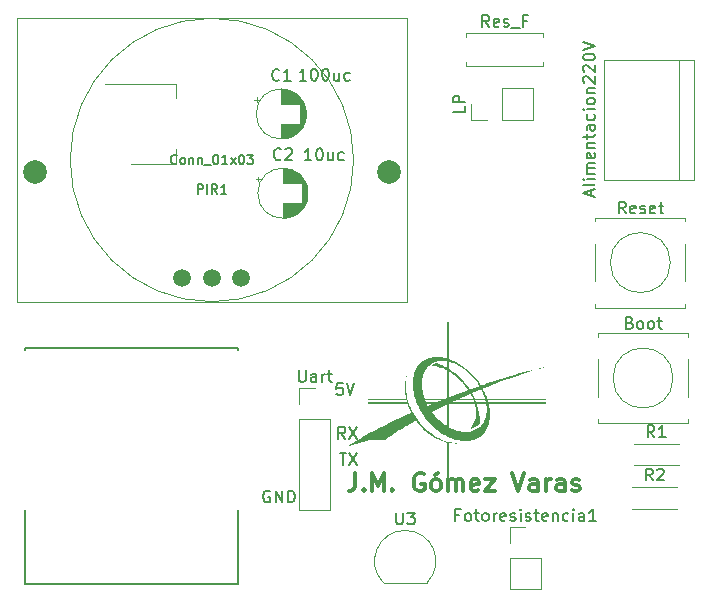
<source format=gbr>
%TF.GenerationSoftware,KiCad,Pcbnew,7.0.7*%
%TF.CreationDate,2025-12-05T14:06:05+01:00*%
%TF.ProjectId,centralv2,63656e74-7261-46c7-9632-2e6b69636164,rev?*%
%TF.SameCoordinates,Original*%
%TF.FileFunction,Legend,Top*%
%TF.FilePolarity,Positive*%
%FSLAX46Y46*%
G04 Gerber Fmt 4.6, Leading zero omitted, Abs format (unit mm)*
G04 Created by KiCad (PCBNEW 7.0.7) date 2025-12-05 14:06:05*
%MOMM*%
%LPD*%
G01*
G04 APERTURE LIST*
%ADD10C,0.150000*%
%ADD11C,0.300000*%
%ADD12C,0.200000*%
%ADD13C,0.120000*%
%ADD14C,0.010000*%
%ADD15C,0.127000*%
%ADD16C,2.000000*%
%ADD17C,1.500000*%
G04 APERTURE END LIST*
D10*
X88362969Y-72299819D02*
X87886779Y-72299819D01*
X87886779Y-72299819D02*
X87839160Y-72776009D01*
X87839160Y-72776009D02*
X87886779Y-72728390D01*
X87886779Y-72728390D02*
X87982017Y-72680771D01*
X87982017Y-72680771D02*
X88220112Y-72680771D01*
X88220112Y-72680771D02*
X88315350Y-72728390D01*
X88315350Y-72728390D02*
X88362969Y-72776009D01*
X88362969Y-72776009D02*
X88410588Y-72871247D01*
X88410588Y-72871247D02*
X88410588Y-73109342D01*
X88410588Y-73109342D02*
X88362969Y-73204580D01*
X88362969Y-73204580D02*
X88315350Y-73252200D01*
X88315350Y-73252200D02*
X88220112Y-73299819D01*
X88220112Y-73299819D02*
X87982017Y-73299819D01*
X87982017Y-73299819D02*
X87886779Y-73252200D01*
X87886779Y-73252200D02*
X87839160Y-73204580D01*
X88696303Y-72299819D02*
X89029636Y-73299819D01*
X89029636Y-73299819D02*
X89362969Y-72299819D01*
X82210588Y-81457438D02*
X82115350Y-81409819D01*
X82115350Y-81409819D02*
X81972493Y-81409819D01*
X81972493Y-81409819D02*
X81829636Y-81457438D01*
X81829636Y-81457438D02*
X81734398Y-81552676D01*
X81734398Y-81552676D02*
X81686779Y-81647914D01*
X81686779Y-81647914D02*
X81639160Y-81838390D01*
X81639160Y-81838390D02*
X81639160Y-81981247D01*
X81639160Y-81981247D02*
X81686779Y-82171723D01*
X81686779Y-82171723D02*
X81734398Y-82266961D01*
X81734398Y-82266961D02*
X81829636Y-82362200D01*
X81829636Y-82362200D02*
X81972493Y-82409819D01*
X81972493Y-82409819D02*
X82067731Y-82409819D01*
X82067731Y-82409819D02*
X82210588Y-82362200D01*
X82210588Y-82362200D02*
X82258207Y-82314580D01*
X82258207Y-82314580D02*
X82258207Y-81981247D01*
X82258207Y-81981247D02*
X82067731Y-81981247D01*
X82686779Y-82409819D02*
X82686779Y-81409819D01*
X82686779Y-81409819D02*
X83258207Y-82409819D01*
X83258207Y-82409819D02*
X83258207Y-81409819D01*
X83734398Y-82409819D02*
X83734398Y-81409819D01*
X83734398Y-81409819D02*
X83972493Y-81409819D01*
X83972493Y-81409819D02*
X84115350Y-81457438D01*
X84115350Y-81457438D02*
X84210588Y-81552676D01*
X84210588Y-81552676D02*
X84258207Y-81647914D01*
X84258207Y-81647914D02*
X84305826Y-81838390D01*
X84305826Y-81838390D02*
X84305826Y-81981247D01*
X84305826Y-81981247D02*
X84258207Y-82171723D01*
X84258207Y-82171723D02*
X84210588Y-82266961D01*
X84210588Y-82266961D02*
X84115350Y-82362200D01*
X84115350Y-82362200D02*
X83972493Y-82409819D01*
X83972493Y-82409819D02*
X83734398Y-82409819D01*
X85290588Y-46689819D02*
X84719160Y-46689819D01*
X85004874Y-46689819D02*
X85004874Y-45689819D01*
X85004874Y-45689819D02*
X84909636Y-45832676D01*
X84909636Y-45832676D02*
X84814398Y-45927914D01*
X84814398Y-45927914D02*
X84719160Y-45975533D01*
X85909636Y-45689819D02*
X86004874Y-45689819D01*
X86004874Y-45689819D02*
X86100112Y-45737438D01*
X86100112Y-45737438D02*
X86147731Y-45785057D01*
X86147731Y-45785057D02*
X86195350Y-45880295D01*
X86195350Y-45880295D02*
X86242969Y-46070771D01*
X86242969Y-46070771D02*
X86242969Y-46308866D01*
X86242969Y-46308866D02*
X86195350Y-46499342D01*
X86195350Y-46499342D02*
X86147731Y-46594580D01*
X86147731Y-46594580D02*
X86100112Y-46642200D01*
X86100112Y-46642200D02*
X86004874Y-46689819D01*
X86004874Y-46689819D02*
X85909636Y-46689819D01*
X85909636Y-46689819D02*
X85814398Y-46642200D01*
X85814398Y-46642200D02*
X85766779Y-46594580D01*
X85766779Y-46594580D02*
X85719160Y-46499342D01*
X85719160Y-46499342D02*
X85671541Y-46308866D01*
X85671541Y-46308866D02*
X85671541Y-46070771D01*
X85671541Y-46070771D02*
X85719160Y-45880295D01*
X85719160Y-45880295D02*
X85766779Y-45785057D01*
X85766779Y-45785057D02*
X85814398Y-45737438D01*
X85814398Y-45737438D02*
X85909636Y-45689819D01*
X86862017Y-45689819D02*
X86957255Y-45689819D01*
X86957255Y-45689819D02*
X87052493Y-45737438D01*
X87052493Y-45737438D02*
X87100112Y-45785057D01*
X87100112Y-45785057D02*
X87147731Y-45880295D01*
X87147731Y-45880295D02*
X87195350Y-46070771D01*
X87195350Y-46070771D02*
X87195350Y-46308866D01*
X87195350Y-46308866D02*
X87147731Y-46499342D01*
X87147731Y-46499342D02*
X87100112Y-46594580D01*
X87100112Y-46594580D02*
X87052493Y-46642200D01*
X87052493Y-46642200D02*
X86957255Y-46689819D01*
X86957255Y-46689819D02*
X86862017Y-46689819D01*
X86862017Y-46689819D02*
X86766779Y-46642200D01*
X86766779Y-46642200D02*
X86719160Y-46594580D01*
X86719160Y-46594580D02*
X86671541Y-46499342D01*
X86671541Y-46499342D02*
X86623922Y-46308866D01*
X86623922Y-46308866D02*
X86623922Y-46070771D01*
X86623922Y-46070771D02*
X86671541Y-45880295D01*
X86671541Y-45880295D02*
X86719160Y-45785057D01*
X86719160Y-45785057D02*
X86766779Y-45737438D01*
X86766779Y-45737438D02*
X86862017Y-45689819D01*
X88052493Y-46023152D02*
X88052493Y-46689819D01*
X87623922Y-46023152D02*
X87623922Y-46546961D01*
X87623922Y-46546961D02*
X87671541Y-46642200D01*
X87671541Y-46642200D02*
X87766779Y-46689819D01*
X87766779Y-46689819D02*
X87909636Y-46689819D01*
X87909636Y-46689819D02*
X88004874Y-46642200D01*
X88004874Y-46642200D02*
X88052493Y-46594580D01*
X88957255Y-46642200D02*
X88862017Y-46689819D01*
X88862017Y-46689819D02*
X88671541Y-46689819D01*
X88671541Y-46689819D02*
X88576303Y-46642200D01*
X88576303Y-46642200D02*
X88528684Y-46594580D01*
X88528684Y-46594580D02*
X88481065Y-46499342D01*
X88481065Y-46499342D02*
X88481065Y-46213628D01*
X88481065Y-46213628D02*
X88528684Y-46118390D01*
X88528684Y-46118390D02*
X88576303Y-46070771D01*
X88576303Y-46070771D02*
X88671541Y-46023152D01*
X88671541Y-46023152D02*
X88862017Y-46023152D01*
X88862017Y-46023152D02*
X88957255Y-46070771D01*
X85730588Y-53429819D02*
X85159160Y-53429819D01*
X85444874Y-53429819D02*
X85444874Y-52429819D01*
X85444874Y-52429819D02*
X85349636Y-52572676D01*
X85349636Y-52572676D02*
X85254398Y-52667914D01*
X85254398Y-52667914D02*
X85159160Y-52715533D01*
X86349636Y-52429819D02*
X86444874Y-52429819D01*
X86444874Y-52429819D02*
X86540112Y-52477438D01*
X86540112Y-52477438D02*
X86587731Y-52525057D01*
X86587731Y-52525057D02*
X86635350Y-52620295D01*
X86635350Y-52620295D02*
X86682969Y-52810771D01*
X86682969Y-52810771D02*
X86682969Y-53048866D01*
X86682969Y-53048866D02*
X86635350Y-53239342D01*
X86635350Y-53239342D02*
X86587731Y-53334580D01*
X86587731Y-53334580D02*
X86540112Y-53382200D01*
X86540112Y-53382200D02*
X86444874Y-53429819D01*
X86444874Y-53429819D02*
X86349636Y-53429819D01*
X86349636Y-53429819D02*
X86254398Y-53382200D01*
X86254398Y-53382200D02*
X86206779Y-53334580D01*
X86206779Y-53334580D02*
X86159160Y-53239342D01*
X86159160Y-53239342D02*
X86111541Y-53048866D01*
X86111541Y-53048866D02*
X86111541Y-52810771D01*
X86111541Y-52810771D02*
X86159160Y-52620295D01*
X86159160Y-52620295D02*
X86206779Y-52525057D01*
X86206779Y-52525057D02*
X86254398Y-52477438D01*
X86254398Y-52477438D02*
X86349636Y-52429819D01*
X87540112Y-52763152D02*
X87540112Y-53429819D01*
X87111541Y-52763152D02*
X87111541Y-53286961D01*
X87111541Y-53286961D02*
X87159160Y-53382200D01*
X87159160Y-53382200D02*
X87254398Y-53429819D01*
X87254398Y-53429819D02*
X87397255Y-53429819D01*
X87397255Y-53429819D02*
X87492493Y-53382200D01*
X87492493Y-53382200D02*
X87540112Y-53334580D01*
X88444874Y-53382200D02*
X88349636Y-53429819D01*
X88349636Y-53429819D02*
X88159160Y-53429819D01*
X88159160Y-53429819D02*
X88063922Y-53382200D01*
X88063922Y-53382200D02*
X88016303Y-53334580D01*
X88016303Y-53334580D02*
X87968684Y-53239342D01*
X87968684Y-53239342D02*
X87968684Y-52953628D01*
X87968684Y-52953628D02*
X88016303Y-52858390D01*
X88016303Y-52858390D02*
X88063922Y-52810771D01*
X88063922Y-52810771D02*
X88159160Y-52763152D01*
X88159160Y-52763152D02*
X88349636Y-52763152D01*
X88349636Y-52763152D02*
X88444874Y-52810771D01*
D11*
X89443082Y-79950828D02*
X89443082Y-81022257D01*
X89443082Y-81022257D02*
X89371653Y-81236542D01*
X89371653Y-81236542D02*
X89228796Y-81379400D01*
X89228796Y-81379400D02*
X89014510Y-81450828D01*
X89014510Y-81450828D02*
X88871653Y-81450828D01*
X90157367Y-81307971D02*
X90228796Y-81379400D01*
X90228796Y-81379400D02*
X90157367Y-81450828D01*
X90157367Y-81450828D02*
X90085939Y-81379400D01*
X90085939Y-81379400D02*
X90157367Y-81307971D01*
X90157367Y-81307971D02*
X90157367Y-81450828D01*
X90871653Y-81450828D02*
X90871653Y-79950828D01*
X90871653Y-79950828D02*
X91371653Y-81022257D01*
X91371653Y-81022257D02*
X91871653Y-79950828D01*
X91871653Y-79950828D02*
X91871653Y-81450828D01*
X92585939Y-81307971D02*
X92657368Y-81379400D01*
X92657368Y-81379400D02*
X92585939Y-81450828D01*
X92585939Y-81450828D02*
X92514511Y-81379400D01*
X92514511Y-81379400D02*
X92585939Y-81307971D01*
X92585939Y-81307971D02*
X92585939Y-81450828D01*
X95228797Y-80022257D02*
X95085940Y-79950828D01*
X95085940Y-79950828D02*
X94871654Y-79950828D01*
X94871654Y-79950828D02*
X94657368Y-80022257D01*
X94657368Y-80022257D02*
X94514511Y-80165114D01*
X94514511Y-80165114D02*
X94443082Y-80307971D01*
X94443082Y-80307971D02*
X94371654Y-80593685D01*
X94371654Y-80593685D02*
X94371654Y-80807971D01*
X94371654Y-80807971D02*
X94443082Y-81093685D01*
X94443082Y-81093685D02*
X94514511Y-81236542D01*
X94514511Y-81236542D02*
X94657368Y-81379400D01*
X94657368Y-81379400D02*
X94871654Y-81450828D01*
X94871654Y-81450828D02*
X95014511Y-81450828D01*
X95014511Y-81450828D02*
X95228797Y-81379400D01*
X95228797Y-81379400D02*
X95300225Y-81307971D01*
X95300225Y-81307971D02*
X95300225Y-80807971D01*
X95300225Y-80807971D02*
X95014511Y-80807971D01*
X96157368Y-81450828D02*
X96014511Y-81379400D01*
X96014511Y-81379400D02*
X95943082Y-81307971D01*
X95943082Y-81307971D02*
X95871654Y-81165114D01*
X95871654Y-81165114D02*
X95871654Y-80736542D01*
X95871654Y-80736542D02*
X95943082Y-80593685D01*
X95943082Y-80593685D02*
X96014511Y-80522257D01*
X96014511Y-80522257D02*
X96157368Y-80450828D01*
X96157368Y-80450828D02*
X96371654Y-80450828D01*
X96371654Y-80450828D02*
X96514511Y-80522257D01*
X96514511Y-80522257D02*
X96585940Y-80593685D01*
X96585940Y-80593685D02*
X96657368Y-80736542D01*
X96657368Y-80736542D02*
X96657368Y-81165114D01*
X96657368Y-81165114D02*
X96585940Y-81307971D01*
X96585940Y-81307971D02*
X96514511Y-81379400D01*
X96514511Y-81379400D02*
X96371654Y-81450828D01*
X96371654Y-81450828D02*
X96157368Y-81450828D01*
X96443082Y-79879400D02*
X96228797Y-80093685D01*
X97300225Y-81450828D02*
X97300225Y-80450828D01*
X97300225Y-80593685D02*
X97371654Y-80522257D01*
X97371654Y-80522257D02*
X97514511Y-80450828D01*
X97514511Y-80450828D02*
X97728797Y-80450828D01*
X97728797Y-80450828D02*
X97871654Y-80522257D01*
X97871654Y-80522257D02*
X97943083Y-80665114D01*
X97943083Y-80665114D02*
X97943083Y-81450828D01*
X97943083Y-80665114D02*
X98014511Y-80522257D01*
X98014511Y-80522257D02*
X98157368Y-80450828D01*
X98157368Y-80450828D02*
X98371654Y-80450828D01*
X98371654Y-80450828D02*
X98514511Y-80522257D01*
X98514511Y-80522257D02*
X98585940Y-80665114D01*
X98585940Y-80665114D02*
X98585940Y-81450828D01*
X99871654Y-81379400D02*
X99728797Y-81450828D01*
X99728797Y-81450828D02*
X99443083Y-81450828D01*
X99443083Y-81450828D02*
X99300225Y-81379400D01*
X99300225Y-81379400D02*
X99228797Y-81236542D01*
X99228797Y-81236542D02*
X99228797Y-80665114D01*
X99228797Y-80665114D02*
X99300225Y-80522257D01*
X99300225Y-80522257D02*
X99443083Y-80450828D01*
X99443083Y-80450828D02*
X99728797Y-80450828D01*
X99728797Y-80450828D02*
X99871654Y-80522257D01*
X99871654Y-80522257D02*
X99943083Y-80665114D01*
X99943083Y-80665114D02*
X99943083Y-80807971D01*
X99943083Y-80807971D02*
X99228797Y-80950828D01*
X100443082Y-80450828D02*
X101228797Y-80450828D01*
X101228797Y-80450828D02*
X100443082Y-81450828D01*
X100443082Y-81450828D02*
X101228797Y-81450828D01*
X102728797Y-79950828D02*
X103228797Y-81450828D01*
X103228797Y-81450828D02*
X103728797Y-79950828D01*
X104871654Y-81450828D02*
X104871654Y-80665114D01*
X104871654Y-80665114D02*
X104800225Y-80522257D01*
X104800225Y-80522257D02*
X104657368Y-80450828D01*
X104657368Y-80450828D02*
X104371654Y-80450828D01*
X104371654Y-80450828D02*
X104228796Y-80522257D01*
X104871654Y-81379400D02*
X104728796Y-81450828D01*
X104728796Y-81450828D02*
X104371654Y-81450828D01*
X104371654Y-81450828D02*
X104228796Y-81379400D01*
X104228796Y-81379400D02*
X104157368Y-81236542D01*
X104157368Y-81236542D02*
X104157368Y-81093685D01*
X104157368Y-81093685D02*
X104228796Y-80950828D01*
X104228796Y-80950828D02*
X104371654Y-80879400D01*
X104371654Y-80879400D02*
X104728796Y-80879400D01*
X104728796Y-80879400D02*
X104871654Y-80807971D01*
X105585939Y-81450828D02*
X105585939Y-80450828D01*
X105585939Y-80736542D02*
X105657368Y-80593685D01*
X105657368Y-80593685D02*
X105728797Y-80522257D01*
X105728797Y-80522257D02*
X105871654Y-80450828D01*
X105871654Y-80450828D02*
X106014511Y-80450828D01*
X107157368Y-81450828D02*
X107157368Y-80665114D01*
X107157368Y-80665114D02*
X107085939Y-80522257D01*
X107085939Y-80522257D02*
X106943082Y-80450828D01*
X106943082Y-80450828D02*
X106657368Y-80450828D01*
X106657368Y-80450828D02*
X106514510Y-80522257D01*
X107157368Y-81379400D02*
X107014510Y-81450828D01*
X107014510Y-81450828D02*
X106657368Y-81450828D01*
X106657368Y-81450828D02*
X106514510Y-81379400D01*
X106514510Y-81379400D02*
X106443082Y-81236542D01*
X106443082Y-81236542D02*
X106443082Y-81093685D01*
X106443082Y-81093685D02*
X106514510Y-80950828D01*
X106514510Y-80950828D02*
X106657368Y-80879400D01*
X106657368Y-80879400D02*
X107014510Y-80879400D01*
X107014510Y-80879400D02*
X107157368Y-80807971D01*
X107800225Y-81379400D02*
X107943082Y-81450828D01*
X107943082Y-81450828D02*
X108228796Y-81450828D01*
X108228796Y-81450828D02*
X108371653Y-81379400D01*
X108371653Y-81379400D02*
X108443082Y-81236542D01*
X108443082Y-81236542D02*
X108443082Y-81165114D01*
X108443082Y-81165114D02*
X108371653Y-81022257D01*
X108371653Y-81022257D02*
X108228796Y-80950828D01*
X108228796Y-80950828D02*
X108014511Y-80950828D01*
X108014511Y-80950828D02*
X107871653Y-80879400D01*
X107871653Y-80879400D02*
X107800225Y-80736542D01*
X107800225Y-80736542D02*
X107800225Y-80665114D01*
X107800225Y-80665114D02*
X107871653Y-80522257D01*
X107871653Y-80522257D02*
X108014511Y-80450828D01*
X108014511Y-80450828D02*
X108228796Y-80450828D01*
X108228796Y-80450828D02*
X108371653Y-80522257D01*
D10*
X88113922Y-78219819D02*
X88685350Y-78219819D01*
X88399636Y-79219819D02*
X88399636Y-78219819D01*
X88923446Y-78219819D02*
X89590112Y-79219819D01*
X89590112Y-78219819D02*
X88923446Y-79219819D01*
X88588207Y-77009819D02*
X88254874Y-76533628D01*
X88016779Y-77009819D02*
X88016779Y-76009819D01*
X88016779Y-76009819D02*
X88397731Y-76009819D01*
X88397731Y-76009819D02*
X88492969Y-76057438D01*
X88492969Y-76057438D02*
X88540588Y-76105057D01*
X88540588Y-76105057D02*
X88588207Y-76200295D01*
X88588207Y-76200295D02*
X88588207Y-76343152D01*
X88588207Y-76343152D02*
X88540588Y-76438390D01*
X88540588Y-76438390D02*
X88492969Y-76486009D01*
X88492969Y-76486009D02*
X88397731Y-76533628D01*
X88397731Y-76533628D02*
X88016779Y-76533628D01*
X88921541Y-76009819D02*
X89588207Y-77009819D01*
X89588207Y-76009819D02*
X88921541Y-77009819D01*
X112331904Y-57934819D02*
X111998571Y-57458628D01*
X111760476Y-57934819D02*
X111760476Y-56934819D01*
X111760476Y-56934819D02*
X112141428Y-56934819D01*
X112141428Y-56934819D02*
X112236666Y-56982438D01*
X112236666Y-56982438D02*
X112284285Y-57030057D01*
X112284285Y-57030057D02*
X112331904Y-57125295D01*
X112331904Y-57125295D02*
X112331904Y-57268152D01*
X112331904Y-57268152D02*
X112284285Y-57363390D01*
X112284285Y-57363390D02*
X112236666Y-57411009D01*
X112236666Y-57411009D02*
X112141428Y-57458628D01*
X112141428Y-57458628D02*
X111760476Y-57458628D01*
X113141428Y-57887200D02*
X113046190Y-57934819D01*
X113046190Y-57934819D02*
X112855714Y-57934819D01*
X112855714Y-57934819D02*
X112760476Y-57887200D01*
X112760476Y-57887200D02*
X112712857Y-57791961D01*
X112712857Y-57791961D02*
X112712857Y-57411009D01*
X112712857Y-57411009D02*
X112760476Y-57315771D01*
X112760476Y-57315771D02*
X112855714Y-57268152D01*
X112855714Y-57268152D02*
X113046190Y-57268152D01*
X113046190Y-57268152D02*
X113141428Y-57315771D01*
X113141428Y-57315771D02*
X113189047Y-57411009D01*
X113189047Y-57411009D02*
X113189047Y-57506247D01*
X113189047Y-57506247D02*
X112712857Y-57601485D01*
X113570000Y-57887200D02*
X113665238Y-57934819D01*
X113665238Y-57934819D02*
X113855714Y-57934819D01*
X113855714Y-57934819D02*
X113950952Y-57887200D01*
X113950952Y-57887200D02*
X113998571Y-57791961D01*
X113998571Y-57791961D02*
X113998571Y-57744342D01*
X113998571Y-57744342D02*
X113950952Y-57649104D01*
X113950952Y-57649104D02*
X113855714Y-57601485D01*
X113855714Y-57601485D02*
X113712857Y-57601485D01*
X113712857Y-57601485D02*
X113617619Y-57553866D01*
X113617619Y-57553866D02*
X113570000Y-57458628D01*
X113570000Y-57458628D02*
X113570000Y-57411009D01*
X113570000Y-57411009D02*
X113617619Y-57315771D01*
X113617619Y-57315771D02*
X113712857Y-57268152D01*
X113712857Y-57268152D02*
X113855714Y-57268152D01*
X113855714Y-57268152D02*
X113950952Y-57315771D01*
X114808095Y-57887200D02*
X114712857Y-57934819D01*
X114712857Y-57934819D02*
X114522381Y-57934819D01*
X114522381Y-57934819D02*
X114427143Y-57887200D01*
X114427143Y-57887200D02*
X114379524Y-57791961D01*
X114379524Y-57791961D02*
X114379524Y-57411009D01*
X114379524Y-57411009D02*
X114427143Y-57315771D01*
X114427143Y-57315771D02*
X114522381Y-57268152D01*
X114522381Y-57268152D02*
X114712857Y-57268152D01*
X114712857Y-57268152D02*
X114808095Y-57315771D01*
X114808095Y-57315771D02*
X114855714Y-57411009D01*
X114855714Y-57411009D02*
X114855714Y-57506247D01*
X114855714Y-57506247D02*
X114379524Y-57601485D01*
X115141429Y-57268152D02*
X115522381Y-57268152D01*
X115284286Y-56934819D02*
X115284286Y-57791961D01*
X115284286Y-57791961D02*
X115331905Y-57887200D01*
X115331905Y-57887200D02*
X115427143Y-57934819D01*
X115427143Y-57934819D02*
X115522381Y-57934819D01*
D12*
X76119048Y-56269695D02*
X76119048Y-55469695D01*
X76119048Y-55469695D02*
X76423810Y-55469695D01*
X76423810Y-55469695D02*
X76500000Y-55507790D01*
X76500000Y-55507790D02*
X76538095Y-55545885D01*
X76538095Y-55545885D02*
X76576191Y-55622076D01*
X76576191Y-55622076D02*
X76576191Y-55736361D01*
X76576191Y-55736361D02*
X76538095Y-55812552D01*
X76538095Y-55812552D02*
X76500000Y-55850647D01*
X76500000Y-55850647D02*
X76423810Y-55888742D01*
X76423810Y-55888742D02*
X76119048Y-55888742D01*
X76919048Y-56269695D02*
X76919048Y-55469695D01*
X77757143Y-56269695D02*
X77490476Y-55888742D01*
X77300000Y-56269695D02*
X77300000Y-55469695D01*
X77300000Y-55469695D02*
X77604762Y-55469695D01*
X77604762Y-55469695D02*
X77680952Y-55507790D01*
X77680952Y-55507790D02*
X77719047Y-55545885D01*
X77719047Y-55545885D02*
X77757143Y-55622076D01*
X77757143Y-55622076D02*
X77757143Y-55736361D01*
X77757143Y-55736361D02*
X77719047Y-55812552D01*
X77719047Y-55812552D02*
X77680952Y-55850647D01*
X77680952Y-55850647D02*
X77604762Y-55888742D01*
X77604762Y-55888742D02*
X77300000Y-55888742D01*
X78519047Y-56269695D02*
X78061904Y-56269695D01*
X78290476Y-56269695D02*
X78290476Y-55469695D01*
X78290476Y-55469695D02*
X78214285Y-55583980D01*
X78214285Y-55583980D02*
X78138095Y-55660171D01*
X78138095Y-55660171D02*
X78061904Y-55698266D01*
X74309523Y-53693504D02*
X74271427Y-53731600D01*
X74271427Y-53731600D02*
X74157142Y-53769695D01*
X74157142Y-53769695D02*
X74080951Y-53769695D01*
X74080951Y-53769695D02*
X73966665Y-53731600D01*
X73966665Y-53731600D02*
X73890475Y-53655409D01*
X73890475Y-53655409D02*
X73852380Y-53579219D01*
X73852380Y-53579219D02*
X73814284Y-53426838D01*
X73814284Y-53426838D02*
X73814284Y-53312552D01*
X73814284Y-53312552D02*
X73852380Y-53160171D01*
X73852380Y-53160171D02*
X73890475Y-53083980D01*
X73890475Y-53083980D02*
X73966665Y-53007790D01*
X73966665Y-53007790D02*
X74080951Y-52969695D01*
X74080951Y-52969695D02*
X74157142Y-52969695D01*
X74157142Y-52969695D02*
X74271427Y-53007790D01*
X74271427Y-53007790D02*
X74309523Y-53045885D01*
X74766665Y-53769695D02*
X74690475Y-53731600D01*
X74690475Y-53731600D02*
X74652380Y-53693504D01*
X74652380Y-53693504D02*
X74614284Y-53617314D01*
X74614284Y-53617314D02*
X74614284Y-53388742D01*
X74614284Y-53388742D02*
X74652380Y-53312552D01*
X74652380Y-53312552D02*
X74690475Y-53274457D01*
X74690475Y-53274457D02*
X74766665Y-53236361D01*
X74766665Y-53236361D02*
X74880951Y-53236361D01*
X74880951Y-53236361D02*
X74957142Y-53274457D01*
X74957142Y-53274457D02*
X74995237Y-53312552D01*
X74995237Y-53312552D02*
X75033332Y-53388742D01*
X75033332Y-53388742D02*
X75033332Y-53617314D01*
X75033332Y-53617314D02*
X74995237Y-53693504D01*
X74995237Y-53693504D02*
X74957142Y-53731600D01*
X74957142Y-53731600D02*
X74880951Y-53769695D01*
X74880951Y-53769695D02*
X74766665Y-53769695D01*
X75376190Y-53236361D02*
X75376190Y-53769695D01*
X75376190Y-53312552D02*
X75414285Y-53274457D01*
X75414285Y-53274457D02*
X75490475Y-53236361D01*
X75490475Y-53236361D02*
X75604761Y-53236361D01*
X75604761Y-53236361D02*
X75680952Y-53274457D01*
X75680952Y-53274457D02*
X75719047Y-53350647D01*
X75719047Y-53350647D02*
X75719047Y-53769695D01*
X76100000Y-53236361D02*
X76100000Y-53769695D01*
X76100000Y-53312552D02*
X76138095Y-53274457D01*
X76138095Y-53274457D02*
X76214285Y-53236361D01*
X76214285Y-53236361D02*
X76328571Y-53236361D01*
X76328571Y-53236361D02*
X76404762Y-53274457D01*
X76404762Y-53274457D02*
X76442857Y-53350647D01*
X76442857Y-53350647D02*
X76442857Y-53769695D01*
X76633334Y-53845885D02*
X77242857Y-53845885D01*
X77585715Y-52969695D02*
X77661905Y-52969695D01*
X77661905Y-52969695D02*
X77738096Y-53007790D01*
X77738096Y-53007790D02*
X77776191Y-53045885D01*
X77776191Y-53045885D02*
X77814286Y-53122076D01*
X77814286Y-53122076D02*
X77852381Y-53274457D01*
X77852381Y-53274457D02*
X77852381Y-53464933D01*
X77852381Y-53464933D02*
X77814286Y-53617314D01*
X77814286Y-53617314D02*
X77776191Y-53693504D01*
X77776191Y-53693504D02*
X77738096Y-53731600D01*
X77738096Y-53731600D02*
X77661905Y-53769695D01*
X77661905Y-53769695D02*
X77585715Y-53769695D01*
X77585715Y-53769695D02*
X77509524Y-53731600D01*
X77509524Y-53731600D02*
X77471429Y-53693504D01*
X77471429Y-53693504D02*
X77433334Y-53617314D01*
X77433334Y-53617314D02*
X77395238Y-53464933D01*
X77395238Y-53464933D02*
X77395238Y-53274457D01*
X77395238Y-53274457D02*
X77433334Y-53122076D01*
X77433334Y-53122076D02*
X77471429Y-53045885D01*
X77471429Y-53045885D02*
X77509524Y-53007790D01*
X77509524Y-53007790D02*
X77585715Y-52969695D01*
X78614286Y-53769695D02*
X78157143Y-53769695D01*
X78385715Y-53769695D02*
X78385715Y-52969695D01*
X78385715Y-52969695D02*
X78309524Y-53083980D01*
X78309524Y-53083980D02*
X78233334Y-53160171D01*
X78233334Y-53160171D02*
X78157143Y-53198266D01*
X78880953Y-53769695D02*
X79300001Y-53236361D01*
X78880953Y-53236361D02*
X79300001Y-53769695D01*
X79757144Y-52969695D02*
X79833334Y-52969695D01*
X79833334Y-52969695D02*
X79909525Y-53007790D01*
X79909525Y-53007790D02*
X79947620Y-53045885D01*
X79947620Y-53045885D02*
X79985715Y-53122076D01*
X79985715Y-53122076D02*
X80023810Y-53274457D01*
X80023810Y-53274457D02*
X80023810Y-53464933D01*
X80023810Y-53464933D02*
X79985715Y-53617314D01*
X79985715Y-53617314D02*
X79947620Y-53693504D01*
X79947620Y-53693504D02*
X79909525Y-53731600D01*
X79909525Y-53731600D02*
X79833334Y-53769695D01*
X79833334Y-53769695D02*
X79757144Y-53769695D01*
X79757144Y-53769695D02*
X79680953Y-53731600D01*
X79680953Y-53731600D02*
X79642858Y-53693504D01*
X79642858Y-53693504D02*
X79604763Y-53617314D01*
X79604763Y-53617314D02*
X79566667Y-53464933D01*
X79566667Y-53464933D02*
X79566667Y-53274457D01*
X79566667Y-53274457D02*
X79604763Y-53122076D01*
X79604763Y-53122076D02*
X79642858Y-53045885D01*
X79642858Y-53045885D02*
X79680953Y-53007790D01*
X79680953Y-53007790D02*
X79757144Y-52969695D01*
X80290477Y-52969695D02*
X80785715Y-52969695D01*
X80785715Y-52969695D02*
X80519049Y-53274457D01*
X80519049Y-53274457D02*
X80633334Y-53274457D01*
X80633334Y-53274457D02*
X80709525Y-53312552D01*
X80709525Y-53312552D02*
X80747620Y-53350647D01*
X80747620Y-53350647D02*
X80785715Y-53426838D01*
X80785715Y-53426838D02*
X80785715Y-53617314D01*
X80785715Y-53617314D02*
X80747620Y-53693504D01*
X80747620Y-53693504D02*
X80709525Y-53731600D01*
X80709525Y-53731600D02*
X80633334Y-53769695D01*
X80633334Y-53769695D02*
X80404763Y-53769695D01*
X80404763Y-53769695D02*
X80328572Y-53731600D01*
X80328572Y-53731600D02*
X80290477Y-53693504D01*
D10*
X98244761Y-83456009D02*
X97911428Y-83456009D01*
X97911428Y-83979819D02*
X97911428Y-82979819D01*
X97911428Y-82979819D02*
X98387618Y-82979819D01*
X98911428Y-83979819D02*
X98816190Y-83932200D01*
X98816190Y-83932200D02*
X98768571Y-83884580D01*
X98768571Y-83884580D02*
X98720952Y-83789342D01*
X98720952Y-83789342D02*
X98720952Y-83503628D01*
X98720952Y-83503628D02*
X98768571Y-83408390D01*
X98768571Y-83408390D02*
X98816190Y-83360771D01*
X98816190Y-83360771D02*
X98911428Y-83313152D01*
X98911428Y-83313152D02*
X99054285Y-83313152D01*
X99054285Y-83313152D02*
X99149523Y-83360771D01*
X99149523Y-83360771D02*
X99197142Y-83408390D01*
X99197142Y-83408390D02*
X99244761Y-83503628D01*
X99244761Y-83503628D02*
X99244761Y-83789342D01*
X99244761Y-83789342D02*
X99197142Y-83884580D01*
X99197142Y-83884580D02*
X99149523Y-83932200D01*
X99149523Y-83932200D02*
X99054285Y-83979819D01*
X99054285Y-83979819D02*
X98911428Y-83979819D01*
X99530476Y-83313152D02*
X99911428Y-83313152D01*
X99673333Y-82979819D02*
X99673333Y-83836961D01*
X99673333Y-83836961D02*
X99720952Y-83932200D01*
X99720952Y-83932200D02*
X99816190Y-83979819D01*
X99816190Y-83979819D02*
X99911428Y-83979819D01*
X100387619Y-83979819D02*
X100292381Y-83932200D01*
X100292381Y-83932200D02*
X100244762Y-83884580D01*
X100244762Y-83884580D02*
X100197143Y-83789342D01*
X100197143Y-83789342D02*
X100197143Y-83503628D01*
X100197143Y-83503628D02*
X100244762Y-83408390D01*
X100244762Y-83408390D02*
X100292381Y-83360771D01*
X100292381Y-83360771D02*
X100387619Y-83313152D01*
X100387619Y-83313152D02*
X100530476Y-83313152D01*
X100530476Y-83313152D02*
X100625714Y-83360771D01*
X100625714Y-83360771D02*
X100673333Y-83408390D01*
X100673333Y-83408390D02*
X100720952Y-83503628D01*
X100720952Y-83503628D02*
X100720952Y-83789342D01*
X100720952Y-83789342D02*
X100673333Y-83884580D01*
X100673333Y-83884580D02*
X100625714Y-83932200D01*
X100625714Y-83932200D02*
X100530476Y-83979819D01*
X100530476Y-83979819D02*
X100387619Y-83979819D01*
X101149524Y-83979819D02*
X101149524Y-83313152D01*
X101149524Y-83503628D02*
X101197143Y-83408390D01*
X101197143Y-83408390D02*
X101244762Y-83360771D01*
X101244762Y-83360771D02*
X101340000Y-83313152D01*
X101340000Y-83313152D02*
X101435238Y-83313152D01*
X102149524Y-83932200D02*
X102054286Y-83979819D01*
X102054286Y-83979819D02*
X101863810Y-83979819D01*
X101863810Y-83979819D02*
X101768572Y-83932200D01*
X101768572Y-83932200D02*
X101720953Y-83836961D01*
X101720953Y-83836961D02*
X101720953Y-83456009D01*
X101720953Y-83456009D02*
X101768572Y-83360771D01*
X101768572Y-83360771D02*
X101863810Y-83313152D01*
X101863810Y-83313152D02*
X102054286Y-83313152D01*
X102054286Y-83313152D02*
X102149524Y-83360771D01*
X102149524Y-83360771D02*
X102197143Y-83456009D01*
X102197143Y-83456009D02*
X102197143Y-83551247D01*
X102197143Y-83551247D02*
X101720953Y-83646485D01*
X102578096Y-83932200D02*
X102673334Y-83979819D01*
X102673334Y-83979819D02*
X102863810Y-83979819D01*
X102863810Y-83979819D02*
X102959048Y-83932200D01*
X102959048Y-83932200D02*
X103006667Y-83836961D01*
X103006667Y-83836961D02*
X103006667Y-83789342D01*
X103006667Y-83789342D02*
X102959048Y-83694104D01*
X102959048Y-83694104D02*
X102863810Y-83646485D01*
X102863810Y-83646485D02*
X102720953Y-83646485D01*
X102720953Y-83646485D02*
X102625715Y-83598866D01*
X102625715Y-83598866D02*
X102578096Y-83503628D01*
X102578096Y-83503628D02*
X102578096Y-83456009D01*
X102578096Y-83456009D02*
X102625715Y-83360771D01*
X102625715Y-83360771D02*
X102720953Y-83313152D01*
X102720953Y-83313152D02*
X102863810Y-83313152D01*
X102863810Y-83313152D02*
X102959048Y-83360771D01*
X103435239Y-83979819D02*
X103435239Y-83313152D01*
X103435239Y-82979819D02*
X103387620Y-83027438D01*
X103387620Y-83027438D02*
X103435239Y-83075057D01*
X103435239Y-83075057D02*
X103482858Y-83027438D01*
X103482858Y-83027438D02*
X103435239Y-82979819D01*
X103435239Y-82979819D02*
X103435239Y-83075057D01*
X103863810Y-83932200D02*
X103959048Y-83979819D01*
X103959048Y-83979819D02*
X104149524Y-83979819D01*
X104149524Y-83979819D02*
X104244762Y-83932200D01*
X104244762Y-83932200D02*
X104292381Y-83836961D01*
X104292381Y-83836961D02*
X104292381Y-83789342D01*
X104292381Y-83789342D02*
X104244762Y-83694104D01*
X104244762Y-83694104D02*
X104149524Y-83646485D01*
X104149524Y-83646485D02*
X104006667Y-83646485D01*
X104006667Y-83646485D02*
X103911429Y-83598866D01*
X103911429Y-83598866D02*
X103863810Y-83503628D01*
X103863810Y-83503628D02*
X103863810Y-83456009D01*
X103863810Y-83456009D02*
X103911429Y-83360771D01*
X103911429Y-83360771D02*
X104006667Y-83313152D01*
X104006667Y-83313152D02*
X104149524Y-83313152D01*
X104149524Y-83313152D02*
X104244762Y-83360771D01*
X104578096Y-83313152D02*
X104959048Y-83313152D01*
X104720953Y-82979819D02*
X104720953Y-83836961D01*
X104720953Y-83836961D02*
X104768572Y-83932200D01*
X104768572Y-83932200D02*
X104863810Y-83979819D01*
X104863810Y-83979819D02*
X104959048Y-83979819D01*
X105673334Y-83932200D02*
X105578096Y-83979819D01*
X105578096Y-83979819D02*
X105387620Y-83979819D01*
X105387620Y-83979819D02*
X105292382Y-83932200D01*
X105292382Y-83932200D02*
X105244763Y-83836961D01*
X105244763Y-83836961D02*
X105244763Y-83456009D01*
X105244763Y-83456009D02*
X105292382Y-83360771D01*
X105292382Y-83360771D02*
X105387620Y-83313152D01*
X105387620Y-83313152D02*
X105578096Y-83313152D01*
X105578096Y-83313152D02*
X105673334Y-83360771D01*
X105673334Y-83360771D02*
X105720953Y-83456009D01*
X105720953Y-83456009D02*
X105720953Y-83551247D01*
X105720953Y-83551247D02*
X105244763Y-83646485D01*
X106149525Y-83313152D02*
X106149525Y-83979819D01*
X106149525Y-83408390D02*
X106197144Y-83360771D01*
X106197144Y-83360771D02*
X106292382Y-83313152D01*
X106292382Y-83313152D02*
X106435239Y-83313152D01*
X106435239Y-83313152D02*
X106530477Y-83360771D01*
X106530477Y-83360771D02*
X106578096Y-83456009D01*
X106578096Y-83456009D02*
X106578096Y-83979819D01*
X107482858Y-83932200D02*
X107387620Y-83979819D01*
X107387620Y-83979819D02*
X107197144Y-83979819D01*
X107197144Y-83979819D02*
X107101906Y-83932200D01*
X107101906Y-83932200D02*
X107054287Y-83884580D01*
X107054287Y-83884580D02*
X107006668Y-83789342D01*
X107006668Y-83789342D02*
X107006668Y-83503628D01*
X107006668Y-83503628D02*
X107054287Y-83408390D01*
X107054287Y-83408390D02*
X107101906Y-83360771D01*
X107101906Y-83360771D02*
X107197144Y-83313152D01*
X107197144Y-83313152D02*
X107387620Y-83313152D01*
X107387620Y-83313152D02*
X107482858Y-83360771D01*
X107911430Y-83979819D02*
X107911430Y-83313152D01*
X107911430Y-82979819D02*
X107863811Y-83027438D01*
X107863811Y-83027438D02*
X107911430Y-83075057D01*
X107911430Y-83075057D02*
X107959049Y-83027438D01*
X107959049Y-83027438D02*
X107911430Y-82979819D01*
X107911430Y-82979819D02*
X107911430Y-83075057D01*
X108816191Y-83979819D02*
X108816191Y-83456009D01*
X108816191Y-83456009D02*
X108768572Y-83360771D01*
X108768572Y-83360771D02*
X108673334Y-83313152D01*
X108673334Y-83313152D02*
X108482858Y-83313152D01*
X108482858Y-83313152D02*
X108387620Y-83360771D01*
X108816191Y-83932200D02*
X108720953Y-83979819D01*
X108720953Y-83979819D02*
X108482858Y-83979819D01*
X108482858Y-83979819D02*
X108387620Y-83932200D01*
X108387620Y-83932200D02*
X108340001Y-83836961D01*
X108340001Y-83836961D02*
X108340001Y-83741723D01*
X108340001Y-83741723D02*
X108387620Y-83646485D01*
X108387620Y-83646485D02*
X108482858Y-83598866D01*
X108482858Y-83598866D02*
X108720953Y-83598866D01*
X108720953Y-83598866D02*
X108816191Y-83551247D01*
X109816191Y-83979819D02*
X109244763Y-83979819D01*
X109530477Y-83979819D02*
X109530477Y-82979819D01*
X109530477Y-82979819D02*
X109435239Y-83122676D01*
X109435239Y-83122676D02*
X109340001Y-83217914D01*
X109340001Y-83217914D02*
X109244763Y-83265533D01*
X84656666Y-71194819D02*
X84656666Y-72004342D01*
X84656666Y-72004342D02*
X84704285Y-72099580D01*
X84704285Y-72099580D02*
X84751904Y-72147200D01*
X84751904Y-72147200D02*
X84847142Y-72194819D01*
X84847142Y-72194819D02*
X85037618Y-72194819D01*
X85037618Y-72194819D02*
X85132856Y-72147200D01*
X85132856Y-72147200D02*
X85180475Y-72099580D01*
X85180475Y-72099580D02*
X85228094Y-72004342D01*
X85228094Y-72004342D02*
X85228094Y-71194819D01*
X86132856Y-72194819D02*
X86132856Y-71671009D01*
X86132856Y-71671009D02*
X86085237Y-71575771D01*
X86085237Y-71575771D02*
X85989999Y-71528152D01*
X85989999Y-71528152D02*
X85799523Y-71528152D01*
X85799523Y-71528152D02*
X85704285Y-71575771D01*
X86132856Y-72147200D02*
X86037618Y-72194819D01*
X86037618Y-72194819D02*
X85799523Y-72194819D01*
X85799523Y-72194819D02*
X85704285Y-72147200D01*
X85704285Y-72147200D02*
X85656666Y-72051961D01*
X85656666Y-72051961D02*
X85656666Y-71956723D01*
X85656666Y-71956723D02*
X85704285Y-71861485D01*
X85704285Y-71861485D02*
X85799523Y-71813866D01*
X85799523Y-71813866D02*
X86037618Y-71813866D01*
X86037618Y-71813866D02*
X86132856Y-71766247D01*
X86609047Y-72194819D02*
X86609047Y-71528152D01*
X86609047Y-71718628D02*
X86656666Y-71623390D01*
X86656666Y-71623390D02*
X86704285Y-71575771D01*
X86704285Y-71575771D02*
X86799523Y-71528152D01*
X86799523Y-71528152D02*
X86894761Y-71528152D01*
X87085238Y-71528152D02*
X87466190Y-71528152D01*
X87228095Y-71194819D02*
X87228095Y-72051961D01*
X87228095Y-72051961D02*
X87275714Y-72147200D01*
X87275714Y-72147200D02*
X87370952Y-72194819D01*
X87370952Y-72194819D02*
X87466190Y-72194819D01*
X112680952Y-67181009D02*
X112823809Y-67228628D01*
X112823809Y-67228628D02*
X112871428Y-67276247D01*
X112871428Y-67276247D02*
X112919047Y-67371485D01*
X112919047Y-67371485D02*
X112919047Y-67514342D01*
X112919047Y-67514342D02*
X112871428Y-67609580D01*
X112871428Y-67609580D02*
X112823809Y-67657200D01*
X112823809Y-67657200D02*
X112728571Y-67704819D01*
X112728571Y-67704819D02*
X112347619Y-67704819D01*
X112347619Y-67704819D02*
X112347619Y-66704819D01*
X112347619Y-66704819D02*
X112680952Y-66704819D01*
X112680952Y-66704819D02*
X112776190Y-66752438D01*
X112776190Y-66752438D02*
X112823809Y-66800057D01*
X112823809Y-66800057D02*
X112871428Y-66895295D01*
X112871428Y-66895295D02*
X112871428Y-66990533D01*
X112871428Y-66990533D02*
X112823809Y-67085771D01*
X112823809Y-67085771D02*
X112776190Y-67133390D01*
X112776190Y-67133390D02*
X112680952Y-67181009D01*
X112680952Y-67181009D02*
X112347619Y-67181009D01*
X113490476Y-67704819D02*
X113395238Y-67657200D01*
X113395238Y-67657200D02*
X113347619Y-67609580D01*
X113347619Y-67609580D02*
X113300000Y-67514342D01*
X113300000Y-67514342D02*
X113300000Y-67228628D01*
X113300000Y-67228628D02*
X113347619Y-67133390D01*
X113347619Y-67133390D02*
X113395238Y-67085771D01*
X113395238Y-67085771D02*
X113490476Y-67038152D01*
X113490476Y-67038152D02*
X113633333Y-67038152D01*
X113633333Y-67038152D02*
X113728571Y-67085771D01*
X113728571Y-67085771D02*
X113776190Y-67133390D01*
X113776190Y-67133390D02*
X113823809Y-67228628D01*
X113823809Y-67228628D02*
X113823809Y-67514342D01*
X113823809Y-67514342D02*
X113776190Y-67609580D01*
X113776190Y-67609580D02*
X113728571Y-67657200D01*
X113728571Y-67657200D02*
X113633333Y-67704819D01*
X113633333Y-67704819D02*
X113490476Y-67704819D01*
X114395238Y-67704819D02*
X114300000Y-67657200D01*
X114300000Y-67657200D02*
X114252381Y-67609580D01*
X114252381Y-67609580D02*
X114204762Y-67514342D01*
X114204762Y-67514342D02*
X114204762Y-67228628D01*
X114204762Y-67228628D02*
X114252381Y-67133390D01*
X114252381Y-67133390D02*
X114300000Y-67085771D01*
X114300000Y-67085771D02*
X114395238Y-67038152D01*
X114395238Y-67038152D02*
X114538095Y-67038152D01*
X114538095Y-67038152D02*
X114633333Y-67085771D01*
X114633333Y-67085771D02*
X114680952Y-67133390D01*
X114680952Y-67133390D02*
X114728571Y-67228628D01*
X114728571Y-67228628D02*
X114728571Y-67514342D01*
X114728571Y-67514342D02*
X114680952Y-67609580D01*
X114680952Y-67609580D02*
X114633333Y-67657200D01*
X114633333Y-67657200D02*
X114538095Y-67704819D01*
X114538095Y-67704819D02*
X114395238Y-67704819D01*
X115014286Y-67038152D02*
X115395238Y-67038152D01*
X115157143Y-66704819D02*
X115157143Y-67561961D01*
X115157143Y-67561961D02*
X115204762Y-67657200D01*
X115204762Y-67657200D02*
X115300000Y-67704819D01*
X115300000Y-67704819D02*
X115395238Y-67704819D01*
X83143333Y-53329580D02*
X83095714Y-53377200D01*
X83095714Y-53377200D02*
X82952857Y-53424819D01*
X82952857Y-53424819D02*
X82857619Y-53424819D01*
X82857619Y-53424819D02*
X82714762Y-53377200D01*
X82714762Y-53377200D02*
X82619524Y-53281961D01*
X82619524Y-53281961D02*
X82571905Y-53186723D01*
X82571905Y-53186723D02*
X82524286Y-52996247D01*
X82524286Y-52996247D02*
X82524286Y-52853390D01*
X82524286Y-52853390D02*
X82571905Y-52662914D01*
X82571905Y-52662914D02*
X82619524Y-52567676D01*
X82619524Y-52567676D02*
X82714762Y-52472438D01*
X82714762Y-52472438D02*
X82857619Y-52424819D01*
X82857619Y-52424819D02*
X82952857Y-52424819D01*
X82952857Y-52424819D02*
X83095714Y-52472438D01*
X83095714Y-52472438D02*
X83143333Y-52520057D01*
X83524286Y-52520057D02*
X83571905Y-52472438D01*
X83571905Y-52472438D02*
X83667143Y-52424819D01*
X83667143Y-52424819D02*
X83905238Y-52424819D01*
X83905238Y-52424819D02*
X84000476Y-52472438D01*
X84000476Y-52472438D02*
X84048095Y-52520057D01*
X84048095Y-52520057D02*
X84095714Y-52615295D01*
X84095714Y-52615295D02*
X84095714Y-52710533D01*
X84095714Y-52710533D02*
X84048095Y-52853390D01*
X84048095Y-52853390D02*
X83476667Y-53424819D01*
X83476667Y-53424819D02*
X84095714Y-53424819D01*
X109429104Y-56462380D02*
X109429104Y-55986190D01*
X109714819Y-56557618D02*
X108714819Y-56224285D01*
X108714819Y-56224285D02*
X109714819Y-55890952D01*
X109714819Y-55414761D02*
X109667200Y-55509999D01*
X109667200Y-55509999D02*
X109571961Y-55557618D01*
X109571961Y-55557618D02*
X108714819Y-55557618D01*
X109714819Y-55033808D02*
X109048152Y-55033808D01*
X108714819Y-55033808D02*
X108762438Y-55081427D01*
X108762438Y-55081427D02*
X108810057Y-55033808D01*
X108810057Y-55033808D02*
X108762438Y-54986189D01*
X108762438Y-54986189D02*
X108714819Y-55033808D01*
X108714819Y-55033808D02*
X108810057Y-55033808D01*
X109714819Y-54557618D02*
X109048152Y-54557618D01*
X109143390Y-54557618D02*
X109095771Y-54509999D01*
X109095771Y-54509999D02*
X109048152Y-54414761D01*
X109048152Y-54414761D02*
X109048152Y-54271904D01*
X109048152Y-54271904D02*
X109095771Y-54176666D01*
X109095771Y-54176666D02*
X109191009Y-54129047D01*
X109191009Y-54129047D02*
X109714819Y-54129047D01*
X109191009Y-54129047D02*
X109095771Y-54081428D01*
X109095771Y-54081428D02*
X109048152Y-53986190D01*
X109048152Y-53986190D02*
X109048152Y-53843333D01*
X109048152Y-53843333D02*
X109095771Y-53748094D01*
X109095771Y-53748094D02*
X109191009Y-53700475D01*
X109191009Y-53700475D02*
X109714819Y-53700475D01*
X109667200Y-52843333D02*
X109714819Y-52938571D01*
X109714819Y-52938571D02*
X109714819Y-53129047D01*
X109714819Y-53129047D02*
X109667200Y-53224285D01*
X109667200Y-53224285D02*
X109571961Y-53271904D01*
X109571961Y-53271904D02*
X109191009Y-53271904D01*
X109191009Y-53271904D02*
X109095771Y-53224285D01*
X109095771Y-53224285D02*
X109048152Y-53129047D01*
X109048152Y-53129047D02*
X109048152Y-52938571D01*
X109048152Y-52938571D02*
X109095771Y-52843333D01*
X109095771Y-52843333D02*
X109191009Y-52795714D01*
X109191009Y-52795714D02*
X109286247Y-52795714D01*
X109286247Y-52795714D02*
X109381485Y-53271904D01*
X109048152Y-52367142D02*
X109714819Y-52367142D01*
X109143390Y-52367142D02*
X109095771Y-52319523D01*
X109095771Y-52319523D02*
X109048152Y-52224285D01*
X109048152Y-52224285D02*
X109048152Y-52081428D01*
X109048152Y-52081428D02*
X109095771Y-51986190D01*
X109095771Y-51986190D02*
X109191009Y-51938571D01*
X109191009Y-51938571D02*
X109714819Y-51938571D01*
X109048152Y-51605237D02*
X109048152Y-51224285D01*
X108714819Y-51462380D02*
X109571961Y-51462380D01*
X109571961Y-51462380D02*
X109667200Y-51414761D01*
X109667200Y-51414761D02*
X109714819Y-51319523D01*
X109714819Y-51319523D02*
X109714819Y-51224285D01*
X109714819Y-50462380D02*
X109191009Y-50462380D01*
X109191009Y-50462380D02*
X109095771Y-50509999D01*
X109095771Y-50509999D02*
X109048152Y-50605237D01*
X109048152Y-50605237D02*
X109048152Y-50795713D01*
X109048152Y-50795713D02*
X109095771Y-50890951D01*
X109667200Y-50462380D02*
X109714819Y-50557618D01*
X109714819Y-50557618D02*
X109714819Y-50795713D01*
X109714819Y-50795713D02*
X109667200Y-50890951D01*
X109667200Y-50890951D02*
X109571961Y-50938570D01*
X109571961Y-50938570D02*
X109476723Y-50938570D01*
X109476723Y-50938570D02*
X109381485Y-50890951D01*
X109381485Y-50890951D02*
X109333866Y-50795713D01*
X109333866Y-50795713D02*
X109333866Y-50557618D01*
X109333866Y-50557618D02*
X109286247Y-50462380D01*
X109667200Y-49557618D02*
X109714819Y-49652856D01*
X109714819Y-49652856D02*
X109714819Y-49843332D01*
X109714819Y-49843332D02*
X109667200Y-49938570D01*
X109667200Y-49938570D02*
X109619580Y-49986189D01*
X109619580Y-49986189D02*
X109524342Y-50033808D01*
X109524342Y-50033808D02*
X109238628Y-50033808D01*
X109238628Y-50033808D02*
X109143390Y-49986189D01*
X109143390Y-49986189D02*
X109095771Y-49938570D01*
X109095771Y-49938570D02*
X109048152Y-49843332D01*
X109048152Y-49843332D02*
X109048152Y-49652856D01*
X109048152Y-49652856D02*
X109095771Y-49557618D01*
X109714819Y-49129046D02*
X109048152Y-49129046D01*
X108714819Y-49129046D02*
X108762438Y-49176665D01*
X108762438Y-49176665D02*
X108810057Y-49129046D01*
X108810057Y-49129046D02*
X108762438Y-49081427D01*
X108762438Y-49081427D02*
X108714819Y-49129046D01*
X108714819Y-49129046D02*
X108810057Y-49129046D01*
X109714819Y-48509999D02*
X109667200Y-48605237D01*
X109667200Y-48605237D02*
X109619580Y-48652856D01*
X109619580Y-48652856D02*
X109524342Y-48700475D01*
X109524342Y-48700475D02*
X109238628Y-48700475D01*
X109238628Y-48700475D02*
X109143390Y-48652856D01*
X109143390Y-48652856D02*
X109095771Y-48605237D01*
X109095771Y-48605237D02*
X109048152Y-48509999D01*
X109048152Y-48509999D02*
X109048152Y-48367142D01*
X109048152Y-48367142D02*
X109095771Y-48271904D01*
X109095771Y-48271904D02*
X109143390Y-48224285D01*
X109143390Y-48224285D02*
X109238628Y-48176666D01*
X109238628Y-48176666D02*
X109524342Y-48176666D01*
X109524342Y-48176666D02*
X109619580Y-48224285D01*
X109619580Y-48224285D02*
X109667200Y-48271904D01*
X109667200Y-48271904D02*
X109714819Y-48367142D01*
X109714819Y-48367142D02*
X109714819Y-48509999D01*
X109048152Y-47748094D02*
X109714819Y-47748094D01*
X109143390Y-47748094D02*
X109095771Y-47700475D01*
X109095771Y-47700475D02*
X109048152Y-47605237D01*
X109048152Y-47605237D02*
X109048152Y-47462380D01*
X109048152Y-47462380D02*
X109095771Y-47367142D01*
X109095771Y-47367142D02*
X109191009Y-47319523D01*
X109191009Y-47319523D02*
X109714819Y-47319523D01*
X108810057Y-46890951D02*
X108762438Y-46843332D01*
X108762438Y-46843332D02*
X108714819Y-46748094D01*
X108714819Y-46748094D02*
X108714819Y-46509999D01*
X108714819Y-46509999D02*
X108762438Y-46414761D01*
X108762438Y-46414761D02*
X108810057Y-46367142D01*
X108810057Y-46367142D02*
X108905295Y-46319523D01*
X108905295Y-46319523D02*
X109000533Y-46319523D01*
X109000533Y-46319523D02*
X109143390Y-46367142D01*
X109143390Y-46367142D02*
X109714819Y-46938570D01*
X109714819Y-46938570D02*
X109714819Y-46319523D01*
X108810057Y-45938570D02*
X108762438Y-45890951D01*
X108762438Y-45890951D02*
X108714819Y-45795713D01*
X108714819Y-45795713D02*
X108714819Y-45557618D01*
X108714819Y-45557618D02*
X108762438Y-45462380D01*
X108762438Y-45462380D02*
X108810057Y-45414761D01*
X108810057Y-45414761D02*
X108905295Y-45367142D01*
X108905295Y-45367142D02*
X109000533Y-45367142D01*
X109000533Y-45367142D02*
X109143390Y-45414761D01*
X109143390Y-45414761D02*
X109714819Y-45986189D01*
X109714819Y-45986189D02*
X109714819Y-45367142D01*
X108714819Y-44748094D02*
X108714819Y-44652856D01*
X108714819Y-44652856D02*
X108762438Y-44557618D01*
X108762438Y-44557618D02*
X108810057Y-44509999D01*
X108810057Y-44509999D02*
X108905295Y-44462380D01*
X108905295Y-44462380D02*
X109095771Y-44414761D01*
X109095771Y-44414761D02*
X109333866Y-44414761D01*
X109333866Y-44414761D02*
X109524342Y-44462380D01*
X109524342Y-44462380D02*
X109619580Y-44509999D01*
X109619580Y-44509999D02*
X109667200Y-44557618D01*
X109667200Y-44557618D02*
X109714819Y-44652856D01*
X109714819Y-44652856D02*
X109714819Y-44748094D01*
X109714819Y-44748094D02*
X109667200Y-44843332D01*
X109667200Y-44843332D02*
X109619580Y-44890951D01*
X109619580Y-44890951D02*
X109524342Y-44938570D01*
X109524342Y-44938570D02*
X109333866Y-44986189D01*
X109333866Y-44986189D02*
X109095771Y-44986189D01*
X109095771Y-44986189D02*
X108905295Y-44938570D01*
X108905295Y-44938570D02*
X108810057Y-44890951D01*
X108810057Y-44890951D02*
X108762438Y-44843332D01*
X108762438Y-44843332D02*
X108714819Y-44748094D01*
X108714819Y-44129046D02*
X109714819Y-43795713D01*
X109714819Y-43795713D02*
X108714819Y-43462380D01*
X83003333Y-46619580D02*
X82955714Y-46667200D01*
X82955714Y-46667200D02*
X82812857Y-46714819D01*
X82812857Y-46714819D02*
X82717619Y-46714819D01*
X82717619Y-46714819D02*
X82574762Y-46667200D01*
X82574762Y-46667200D02*
X82479524Y-46571961D01*
X82479524Y-46571961D02*
X82431905Y-46476723D01*
X82431905Y-46476723D02*
X82384286Y-46286247D01*
X82384286Y-46286247D02*
X82384286Y-46143390D01*
X82384286Y-46143390D02*
X82431905Y-45952914D01*
X82431905Y-45952914D02*
X82479524Y-45857676D01*
X82479524Y-45857676D02*
X82574762Y-45762438D01*
X82574762Y-45762438D02*
X82717619Y-45714819D01*
X82717619Y-45714819D02*
X82812857Y-45714819D01*
X82812857Y-45714819D02*
X82955714Y-45762438D01*
X82955714Y-45762438D02*
X83003333Y-45810057D01*
X83955714Y-46714819D02*
X83384286Y-46714819D01*
X83670000Y-46714819D02*
X83670000Y-45714819D01*
X83670000Y-45714819D02*
X83574762Y-45857676D01*
X83574762Y-45857676D02*
X83479524Y-45952914D01*
X83479524Y-45952914D02*
X83384286Y-46000533D01*
X92908095Y-83264819D02*
X92908095Y-84074342D01*
X92908095Y-84074342D02*
X92955714Y-84169580D01*
X92955714Y-84169580D02*
X93003333Y-84217200D01*
X93003333Y-84217200D02*
X93098571Y-84264819D01*
X93098571Y-84264819D02*
X93289047Y-84264819D01*
X93289047Y-84264819D02*
X93384285Y-84217200D01*
X93384285Y-84217200D02*
X93431904Y-84169580D01*
X93431904Y-84169580D02*
X93479523Y-84074342D01*
X93479523Y-84074342D02*
X93479523Y-83264819D01*
X93860476Y-83264819D02*
X94479523Y-83264819D01*
X94479523Y-83264819D02*
X94146190Y-83645771D01*
X94146190Y-83645771D02*
X94289047Y-83645771D01*
X94289047Y-83645771D02*
X94384285Y-83693390D01*
X94384285Y-83693390D02*
X94431904Y-83741009D01*
X94431904Y-83741009D02*
X94479523Y-83836247D01*
X94479523Y-83836247D02*
X94479523Y-84074342D01*
X94479523Y-84074342D02*
X94431904Y-84169580D01*
X94431904Y-84169580D02*
X94384285Y-84217200D01*
X94384285Y-84217200D02*
X94289047Y-84264819D01*
X94289047Y-84264819D02*
X94003333Y-84264819D01*
X94003333Y-84264819D02*
X93908095Y-84217200D01*
X93908095Y-84217200D02*
X93860476Y-84169580D01*
X114613333Y-80544819D02*
X114280000Y-80068628D01*
X114041905Y-80544819D02*
X114041905Y-79544819D01*
X114041905Y-79544819D02*
X114422857Y-79544819D01*
X114422857Y-79544819D02*
X114518095Y-79592438D01*
X114518095Y-79592438D02*
X114565714Y-79640057D01*
X114565714Y-79640057D02*
X114613333Y-79735295D01*
X114613333Y-79735295D02*
X114613333Y-79878152D01*
X114613333Y-79878152D02*
X114565714Y-79973390D01*
X114565714Y-79973390D02*
X114518095Y-80021009D01*
X114518095Y-80021009D02*
X114422857Y-80068628D01*
X114422857Y-80068628D02*
X114041905Y-80068628D01*
X114994286Y-79640057D02*
X115041905Y-79592438D01*
X115041905Y-79592438D02*
X115137143Y-79544819D01*
X115137143Y-79544819D02*
X115375238Y-79544819D01*
X115375238Y-79544819D02*
X115470476Y-79592438D01*
X115470476Y-79592438D02*
X115518095Y-79640057D01*
X115518095Y-79640057D02*
X115565714Y-79735295D01*
X115565714Y-79735295D02*
X115565714Y-79830533D01*
X115565714Y-79830533D02*
X115518095Y-79973390D01*
X115518095Y-79973390D02*
X114946667Y-80544819D01*
X114946667Y-80544819D02*
X115565714Y-80544819D01*
X98719819Y-48870476D02*
X98719819Y-49346666D01*
X98719819Y-49346666D02*
X97719819Y-49346666D01*
X98719819Y-48537142D02*
X97719819Y-48537142D01*
X97719819Y-48537142D02*
X97719819Y-48156190D01*
X97719819Y-48156190D02*
X97767438Y-48060952D01*
X97767438Y-48060952D02*
X97815057Y-48013333D01*
X97815057Y-48013333D02*
X97910295Y-47965714D01*
X97910295Y-47965714D02*
X98053152Y-47965714D01*
X98053152Y-47965714D02*
X98148390Y-48013333D01*
X98148390Y-48013333D02*
X98196009Y-48060952D01*
X98196009Y-48060952D02*
X98243628Y-48156190D01*
X98243628Y-48156190D02*
X98243628Y-48537142D01*
X100766666Y-42134819D02*
X100433333Y-41658628D01*
X100195238Y-42134819D02*
X100195238Y-41134819D01*
X100195238Y-41134819D02*
X100576190Y-41134819D01*
X100576190Y-41134819D02*
X100671428Y-41182438D01*
X100671428Y-41182438D02*
X100719047Y-41230057D01*
X100719047Y-41230057D02*
X100766666Y-41325295D01*
X100766666Y-41325295D02*
X100766666Y-41468152D01*
X100766666Y-41468152D02*
X100719047Y-41563390D01*
X100719047Y-41563390D02*
X100671428Y-41611009D01*
X100671428Y-41611009D02*
X100576190Y-41658628D01*
X100576190Y-41658628D02*
X100195238Y-41658628D01*
X101576190Y-42087200D02*
X101480952Y-42134819D01*
X101480952Y-42134819D02*
X101290476Y-42134819D01*
X101290476Y-42134819D02*
X101195238Y-42087200D01*
X101195238Y-42087200D02*
X101147619Y-41991961D01*
X101147619Y-41991961D02*
X101147619Y-41611009D01*
X101147619Y-41611009D02*
X101195238Y-41515771D01*
X101195238Y-41515771D02*
X101290476Y-41468152D01*
X101290476Y-41468152D02*
X101480952Y-41468152D01*
X101480952Y-41468152D02*
X101576190Y-41515771D01*
X101576190Y-41515771D02*
X101623809Y-41611009D01*
X101623809Y-41611009D02*
X101623809Y-41706247D01*
X101623809Y-41706247D02*
X101147619Y-41801485D01*
X102004762Y-42087200D02*
X102100000Y-42134819D01*
X102100000Y-42134819D02*
X102290476Y-42134819D01*
X102290476Y-42134819D02*
X102385714Y-42087200D01*
X102385714Y-42087200D02*
X102433333Y-41991961D01*
X102433333Y-41991961D02*
X102433333Y-41944342D01*
X102433333Y-41944342D02*
X102385714Y-41849104D01*
X102385714Y-41849104D02*
X102290476Y-41801485D01*
X102290476Y-41801485D02*
X102147619Y-41801485D01*
X102147619Y-41801485D02*
X102052381Y-41753866D01*
X102052381Y-41753866D02*
X102004762Y-41658628D01*
X102004762Y-41658628D02*
X102004762Y-41611009D01*
X102004762Y-41611009D02*
X102052381Y-41515771D01*
X102052381Y-41515771D02*
X102147619Y-41468152D01*
X102147619Y-41468152D02*
X102290476Y-41468152D01*
X102290476Y-41468152D02*
X102385714Y-41515771D01*
X102623810Y-42230057D02*
X103385714Y-42230057D01*
X103957143Y-41611009D02*
X103623810Y-41611009D01*
X103623810Y-42134819D02*
X103623810Y-41134819D01*
X103623810Y-41134819D02*
X104100000Y-41134819D01*
X114763333Y-76884819D02*
X114430000Y-76408628D01*
X114191905Y-76884819D02*
X114191905Y-75884819D01*
X114191905Y-75884819D02*
X114572857Y-75884819D01*
X114572857Y-75884819D02*
X114668095Y-75932438D01*
X114668095Y-75932438D02*
X114715714Y-75980057D01*
X114715714Y-75980057D02*
X114763333Y-76075295D01*
X114763333Y-76075295D02*
X114763333Y-76218152D01*
X114763333Y-76218152D02*
X114715714Y-76313390D01*
X114715714Y-76313390D02*
X114668095Y-76361009D01*
X114668095Y-76361009D02*
X114572857Y-76408628D01*
X114572857Y-76408628D02*
X114191905Y-76408628D01*
X115715714Y-76884819D02*
X115144286Y-76884819D01*
X115430000Y-76884819D02*
X115430000Y-75884819D01*
X115430000Y-75884819D02*
X115334762Y-76027676D01*
X115334762Y-76027676D02*
X115239524Y-76122914D01*
X115239524Y-76122914D02*
X115144286Y-76170533D01*
D13*
%TO.C,Reset*%
X109760000Y-58290000D02*
X109760000Y-58590000D01*
X109760000Y-58290000D02*
X117380000Y-58290000D01*
X109760000Y-60530000D02*
X109760000Y-63670000D01*
X109760000Y-65610000D02*
X109760000Y-65910000D01*
X117380000Y-58290000D02*
X117380000Y-58590000D01*
X117380000Y-60530000D02*
X117380000Y-63670000D01*
X117380000Y-65610000D02*
X117380000Y-65910000D01*
X117380000Y-65910000D02*
X109760000Y-65910000D01*
X116110000Y-62100000D02*
G75*
G03*
X116110000Y-62100000I-2540000J0D01*
G01*
D14*
%TO.C,PIR1*%
X60800000Y-41410000D02*
X93800000Y-41410000D01*
X60800000Y-65410000D02*
X60800000Y-41410000D01*
X93800000Y-41410000D02*
X93800000Y-65410000D01*
X93800000Y-65410000D02*
X60800000Y-65410000D01*
X89300000Y-53410000D02*
G75*
G03*
X89300000Y-53410000I-12000000J0D01*
G01*
D13*
%TO.C,Fotoresistencia1*%
X102510000Y-84525000D02*
X103840000Y-84525000D01*
X102510000Y-85855000D02*
X102510000Y-84525000D01*
X102510000Y-87125000D02*
X102510000Y-89725000D01*
X102510000Y-87125000D02*
X105170000Y-87125000D01*
X102510000Y-89725000D02*
X105170000Y-89725000D01*
X105170000Y-87125000D02*
X105170000Y-89725000D01*
%TO.C,Uart*%
X84660000Y-72740000D02*
X85990000Y-72740000D01*
X84660000Y-74070000D02*
X84660000Y-72740000D01*
X84660000Y-75340000D02*
X84660000Y-83020000D01*
X84660000Y-75340000D02*
X87320000Y-75340000D01*
X84660000Y-83020000D02*
X87320000Y-83020000D01*
X87320000Y-75340000D02*
X87320000Y-83020000D01*
%TO.C,Boot*%
X109990000Y-68060000D02*
X109990000Y-68360000D01*
X109990000Y-68060000D02*
X117610000Y-68060000D01*
X109990000Y-70300000D02*
X109990000Y-73440000D01*
X109990000Y-75380000D02*
X109990000Y-75680000D01*
X117610000Y-68060000D02*
X117610000Y-68360000D01*
X117610000Y-70300000D02*
X117610000Y-73440000D01*
X117610000Y-75380000D02*
X117610000Y-75680000D01*
X117610000Y-75680000D02*
X109990000Y-75680000D01*
X116340000Y-71870000D02*
G75*
G03*
X116340000Y-71870000I-2540000J0D01*
G01*
%TO.C,C2*%
X81040199Y-55025000D02*
X81440199Y-55025000D01*
X81240199Y-54825000D02*
X81240199Y-55225000D01*
X83310000Y-54140000D02*
X83310000Y-55380000D01*
X83310000Y-57060000D02*
X83310000Y-58300000D01*
X83350000Y-54140000D02*
X83350000Y-55380000D01*
X83350000Y-57060000D02*
X83350000Y-58300000D01*
X83390000Y-54141000D02*
X83390000Y-55380000D01*
X83390000Y-57060000D02*
X83390000Y-58299000D01*
X83430000Y-54143000D02*
X83430000Y-55380000D01*
X83430000Y-57060000D02*
X83430000Y-58297000D01*
X83470000Y-54146000D02*
X83470000Y-55380000D01*
X83470000Y-57060000D02*
X83470000Y-58294000D01*
X83510000Y-54149000D02*
X83510000Y-55380000D01*
X83510000Y-57060000D02*
X83510000Y-58291000D01*
X83550000Y-54153000D02*
X83550000Y-55380000D01*
X83550000Y-57060000D02*
X83550000Y-58287000D01*
X83590000Y-54158000D02*
X83590000Y-55380000D01*
X83590000Y-57060000D02*
X83590000Y-58282000D01*
X83630000Y-54164000D02*
X83630000Y-55380000D01*
X83630000Y-57060000D02*
X83630000Y-58276000D01*
X83670000Y-54170000D02*
X83670000Y-55380000D01*
X83670000Y-57060000D02*
X83670000Y-58270000D01*
X83710000Y-54178000D02*
X83710000Y-55380000D01*
X83710000Y-57060000D02*
X83710000Y-58262000D01*
X83750000Y-54186000D02*
X83750000Y-55380000D01*
X83750000Y-57060000D02*
X83750000Y-58254000D01*
X83790000Y-54195000D02*
X83790000Y-55380000D01*
X83790000Y-57060000D02*
X83790000Y-58245000D01*
X83830000Y-54204000D02*
X83830000Y-55380000D01*
X83830000Y-57060000D02*
X83830000Y-58236000D01*
X83870000Y-54215000D02*
X83870000Y-55380000D01*
X83870000Y-57060000D02*
X83870000Y-58225000D01*
X83910000Y-54226000D02*
X83910000Y-55380000D01*
X83910000Y-57060000D02*
X83910000Y-58214000D01*
X83950000Y-54238000D02*
X83950000Y-55380000D01*
X83950000Y-57060000D02*
X83950000Y-58202000D01*
X83990000Y-54252000D02*
X83990000Y-55380000D01*
X83990000Y-57060000D02*
X83990000Y-58188000D01*
X84031000Y-54266000D02*
X84031000Y-55380000D01*
X84031000Y-57060000D02*
X84031000Y-58174000D01*
X84071000Y-54280000D02*
X84071000Y-55380000D01*
X84071000Y-57060000D02*
X84071000Y-58160000D01*
X84111000Y-54296000D02*
X84111000Y-55380000D01*
X84111000Y-57060000D02*
X84111000Y-58144000D01*
X84151000Y-54313000D02*
X84151000Y-55380000D01*
X84151000Y-57060000D02*
X84151000Y-58127000D01*
X84191000Y-54331000D02*
X84191000Y-55380000D01*
X84191000Y-57060000D02*
X84191000Y-58109000D01*
X84231000Y-54350000D02*
X84231000Y-55380000D01*
X84231000Y-57060000D02*
X84231000Y-58090000D01*
X84271000Y-54369000D02*
X84271000Y-55380000D01*
X84271000Y-57060000D02*
X84271000Y-58071000D01*
X84311000Y-54390000D02*
X84311000Y-55380000D01*
X84311000Y-57060000D02*
X84311000Y-58050000D01*
X84351000Y-54412000D02*
X84351000Y-55380000D01*
X84351000Y-57060000D02*
X84351000Y-58028000D01*
X84391000Y-54435000D02*
X84391000Y-55380000D01*
X84391000Y-57060000D02*
X84391000Y-58005000D01*
X84431000Y-54460000D02*
X84431000Y-55380000D01*
X84431000Y-57060000D02*
X84431000Y-57980000D01*
X84471000Y-54485000D02*
X84471000Y-55380000D01*
X84471000Y-57060000D02*
X84471000Y-57955000D01*
X84511000Y-54512000D02*
X84511000Y-55380000D01*
X84511000Y-57060000D02*
X84511000Y-57928000D01*
X84551000Y-54540000D02*
X84551000Y-55380000D01*
X84551000Y-57060000D02*
X84551000Y-57900000D01*
X84591000Y-54570000D02*
X84591000Y-55380000D01*
X84591000Y-57060000D02*
X84591000Y-57870000D01*
X84631000Y-54601000D02*
X84631000Y-55380000D01*
X84631000Y-57060000D02*
X84631000Y-57839000D01*
X84671000Y-54633000D02*
X84671000Y-55380000D01*
X84671000Y-57060000D02*
X84671000Y-57807000D01*
X84711000Y-54668000D02*
X84711000Y-55380000D01*
X84711000Y-57060000D02*
X84711000Y-57772000D01*
X84751000Y-54704000D02*
X84751000Y-55380000D01*
X84751000Y-57060000D02*
X84751000Y-57736000D01*
X84791000Y-54742000D02*
X84791000Y-55380000D01*
X84791000Y-57060000D02*
X84791000Y-57698000D01*
X84831000Y-54782000D02*
X84831000Y-55380000D01*
X84831000Y-57060000D02*
X84831000Y-57658000D01*
X84871000Y-54824000D02*
X84871000Y-55380000D01*
X84871000Y-57060000D02*
X84871000Y-57616000D01*
X84911000Y-54869000D02*
X84911000Y-57571000D01*
X84951000Y-54916000D02*
X84951000Y-57524000D01*
X84991000Y-54966000D02*
X84991000Y-57474000D01*
X85031000Y-55020000D02*
X85031000Y-57420000D01*
X85071000Y-55078000D02*
X85071000Y-57362000D01*
X85111000Y-55140000D02*
X85111000Y-57300000D01*
X85151000Y-55207000D02*
X85151000Y-57233000D01*
X85191000Y-55280000D02*
X85191000Y-57160000D01*
X85231000Y-55361000D02*
X85231000Y-57079000D01*
X85271000Y-55452000D02*
X85271000Y-56988000D01*
X85311000Y-55556000D02*
X85311000Y-56884000D01*
X85351000Y-55683000D02*
X85351000Y-56757000D01*
X85391000Y-55850000D02*
X85391000Y-56590000D01*
X85430000Y-56220000D02*
G75*
G03*
X85430000Y-56220000I-2120000J0D01*
G01*
%TO.C,Alimentacion220V*%
X110530000Y-55090000D02*
X118150000Y-55090000D01*
X118150000Y-55090000D02*
X118150000Y-44930000D01*
X110530000Y-44930000D02*
X110530000Y-55090000D01*
X116880000Y-44930000D02*
X116880000Y-55090000D01*
X118150000Y-44930000D02*
X110530000Y-44930000D01*
%TO.C,C1*%
X80900199Y-48315000D02*
X81300199Y-48315000D01*
X81100199Y-48115000D02*
X81100199Y-48515000D01*
X83170000Y-47430000D02*
X83170000Y-48670000D01*
X83170000Y-50350000D02*
X83170000Y-51590000D01*
X83210000Y-47430000D02*
X83210000Y-48670000D01*
X83210000Y-50350000D02*
X83210000Y-51590000D01*
X83250000Y-47431000D02*
X83250000Y-48670000D01*
X83250000Y-50350000D02*
X83250000Y-51589000D01*
X83290000Y-47433000D02*
X83290000Y-48670000D01*
X83290000Y-50350000D02*
X83290000Y-51587000D01*
X83330000Y-47436000D02*
X83330000Y-48670000D01*
X83330000Y-50350000D02*
X83330000Y-51584000D01*
X83370000Y-47439000D02*
X83370000Y-48670000D01*
X83370000Y-50350000D02*
X83370000Y-51581000D01*
X83410000Y-47443000D02*
X83410000Y-48670000D01*
X83410000Y-50350000D02*
X83410000Y-51577000D01*
X83450000Y-47448000D02*
X83450000Y-48670000D01*
X83450000Y-50350000D02*
X83450000Y-51572000D01*
X83490000Y-47454000D02*
X83490000Y-48670000D01*
X83490000Y-50350000D02*
X83490000Y-51566000D01*
X83530000Y-47460000D02*
X83530000Y-48670000D01*
X83530000Y-50350000D02*
X83530000Y-51560000D01*
X83570000Y-47468000D02*
X83570000Y-48670000D01*
X83570000Y-50350000D02*
X83570000Y-51552000D01*
X83610000Y-47476000D02*
X83610000Y-48670000D01*
X83610000Y-50350000D02*
X83610000Y-51544000D01*
X83650000Y-47485000D02*
X83650000Y-48670000D01*
X83650000Y-50350000D02*
X83650000Y-51535000D01*
X83690000Y-47494000D02*
X83690000Y-48670000D01*
X83690000Y-50350000D02*
X83690000Y-51526000D01*
X83730000Y-47505000D02*
X83730000Y-48670000D01*
X83730000Y-50350000D02*
X83730000Y-51515000D01*
X83770000Y-47516000D02*
X83770000Y-48670000D01*
X83770000Y-50350000D02*
X83770000Y-51504000D01*
X83810000Y-47528000D02*
X83810000Y-48670000D01*
X83810000Y-50350000D02*
X83810000Y-51492000D01*
X83850000Y-47542000D02*
X83850000Y-48670000D01*
X83850000Y-50350000D02*
X83850000Y-51478000D01*
X83891000Y-47556000D02*
X83891000Y-48670000D01*
X83891000Y-50350000D02*
X83891000Y-51464000D01*
X83931000Y-47570000D02*
X83931000Y-48670000D01*
X83931000Y-50350000D02*
X83931000Y-51450000D01*
X83971000Y-47586000D02*
X83971000Y-48670000D01*
X83971000Y-50350000D02*
X83971000Y-51434000D01*
X84011000Y-47603000D02*
X84011000Y-48670000D01*
X84011000Y-50350000D02*
X84011000Y-51417000D01*
X84051000Y-47621000D02*
X84051000Y-48670000D01*
X84051000Y-50350000D02*
X84051000Y-51399000D01*
X84091000Y-47640000D02*
X84091000Y-48670000D01*
X84091000Y-50350000D02*
X84091000Y-51380000D01*
X84131000Y-47659000D02*
X84131000Y-48670000D01*
X84131000Y-50350000D02*
X84131000Y-51361000D01*
X84171000Y-47680000D02*
X84171000Y-48670000D01*
X84171000Y-50350000D02*
X84171000Y-51340000D01*
X84211000Y-47702000D02*
X84211000Y-48670000D01*
X84211000Y-50350000D02*
X84211000Y-51318000D01*
X84251000Y-47725000D02*
X84251000Y-48670000D01*
X84251000Y-50350000D02*
X84251000Y-51295000D01*
X84291000Y-47750000D02*
X84291000Y-48670000D01*
X84291000Y-50350000D02*
X84291000Y-51270000D01*
X84331000Y-47775000D02*
X84331000Y-48670000D01*
X84331000Y-50350000D02*
X84331000Y-51245000D01*
X84371000Y-47802000D02*
X84371000Y-48670000D01*
X84371000Y-50350000D02*
X84371000Y-51218000D01*
X84411000Y-47830000D02*
X84411000Y-48670000D01*
X84411000Y-50350000D02*
X84411000Y-51190000D01*
X84451000Y-47860000D02*
X84451000Y-48670000D01*
X84451000Y-50350000D02*
X84451000Y-51160000D01*
X84491000Y-47891000D02*
X84491000Y-48670000D01*
X84491000Y-50350000D02*
X84491000Y-51129000D01*
X84531000Y-47923000D02*
X84531000Y-48670000D01*
X84531000Y-50350000D02*
X84531000Y-51097000D01*
X84571000Y-47958000D02*
X84571000Y-48670000D01*
X84571000Y-50350000D02*
X84571000Y-51062000D01*
X84611000Y-47994000D02*
X84611000Y-48670000D01*
X84611000Y-50350000D02*
X84611000Y-51026000D01*
X84651000Y-48032000D02*
X84651000Y-48670000D01*
X84651000Y-50350000D02*
X84651000Y-50988000D01*
X84691000Y-48072000D02*
X84691000Y-48670000D01*
X84691000Y-50350000D02*
X84691000Y-50948000D01*
X84731000Y-48114000D02*
X84731000Y-48670000D01*
X84731000Y-50350000D02*
X84731000Y-50906000D01*
X84771000Y-48159000D02*
X84771000Y-50861000D01*
X84811000Y-48206000D02*
X84811000Y-50814000D01*
X84851000Y-48256000D02*
X84851000Y-50764000D01*
X84891000Y-48310000D02*
X84891000Y-50710000D01*
X84931000Y-48368000D02*
X84931000Y-50652000D01*
X84971000Y-48430000D02*
X84971000Y-50590000D01*
X85011000Y-48497000D02*
X85011000Y-50523000D01*
X85051000Y-48570000D02*
X85051000Y-50450000D01*
X85091000Y-48651000D02*
X85091000Y-50369000D01*
X85131000Y-48742000D02*
X85131000Y-50278000D01*
X85171000Y-48846000D02*
X85171000Y-50174000D01*
X85211000Y-48973000D02*
X85211000Y-50047000D01*
X85251000Y-49140000D02*
X85251000Y-49880000D01*
X85290000Y-49510000D02*
G75*
G03*
X85290000Y-49510000I-2120000J0D01*
G01*
%TO.C,U3*%
X91870000Y-89220000D02*
X95470000Y-89220000D01*
X93670000Y-84770000D02*
G75*
G03*
X91831522Y-89208478I0J-2600000D01*
G01*
X95508478Y-89208478D02*
G75*
G03*
X93670000Y-84770000I-1838478J1838478D01*
G01*
%TO.C,R2*%
X112860000Y-81090000D02*
X116700000Y-81090000D01*
X112860000Y-82930000D02*
X116700000Y-82930000D01*
%TO.C,LP*%
X99265000Y-50010000D02*
X99265000Y-48680000D01*
X100595000Y-50010000D02*
X99265000Y-50010000D01*
X101865000Y-50010000D02*
X104465000Y-50010000D01*
X101865000Y-50010000D02*
X101865000Y-47350000D01*
X104465000Y-50010000D02*
X104465000Y-47350000D01*
X101865000Y-47350000D02*
X104465000Y-47350000D01*
%TO.C,U2*%
X68240000Y-46940000D02*
X74250000Y-46940000D01*
X70490000Y-53760000D02*
X74250000Y-53760000D01*
X74250000Y-46940000D02*
X74250000Y-48200000D01*
X74250000Y-53760000D02*
X74250000Y-52500000D01*
%TO.C,G\u002A\u002A\u002A*%
G36*
X93842012Y-71488556D02*
G01*
X93837212Y-71493356D01*
X93832412Y-71488556D01*
X93837212Y-71483756D01*
X93842012Y-71488556D01*
G37*
G36*
X105649268Y-70902993D02*
G01*
X105644468Y-70907792D01*
X105639668Y-70902993D01*
X105644468Y-70898193D01*
X105649268Y-70902993D01*
G37*
G36*
X93827931Y-71515790D02*
G01*
X93823105Y-71540431D01*
X93815075Y-71575497D01*
X93807913Y-71604431D01*
X93783563Y-71710926D01*
X93760941Y-71831079D01*
X93740975Y-71959367D01*
X93724592Y-72090266D01*
X93721701Y-72117506D01*
X93715908Y-72191611D01*
X93711909Y-72280575D01*
X93709658Y-72380169D01*
X93709110Y-72486165D01*
X93710221Y-72594333D01*
X93712947Y-72700446D01*
X93717241Y-72800274D01*
X93723060Y-72889588D01*
X93730359Y-72964161D01*
X93730691Y-72966863D01*
X93776689Y-73259964D01*
X93841218Y-73551244D01*
X93923627Y-73839664D01*
X94023265Y-74124183D01*
X94139480Y-74403764D01*
X94271622Y-74677366D01*
X94419037Y-74943949D01*
X94581076Y-75202476D01*
X94757087Y-75451906D01*
X94946418Y-75691199D01*
X95148418Y-75919317D01*
X95362435Y-76135221D01*
X95587819Y-76337870D01*
X95823917Y-76526226D01*
X96069698Y-76698998D01*
X96309132Y-76846721D01*
X96549861Y-76975646D01*
X96792925Y-77086172D01*
X97039361Y-77178699D01*
X97290208Y-77253624D01*
X97546504Y-77311348D01*
X97748965Y-77344427D01*
X97834675Y-77353843D01*
X97932774Y-77360614D01*
X98039238Y-77364766D01*
X98150045Y-77366329D01*
X98261170Y-77365329D01*
X98368593Y-77361794D01*
X98468288Y-77355752D01*
X98556234Y-77347229D01*
X98616308Y-77338490D01*
X98646893Y-77333861D01*
X98668962Y-77331951D01*
X98676697Y-77332778D01*
X98670361Y-77336687D01*
X98647959Y-77342710D01*
X98612445Y-77350336D01*
X98566772Y-77359049D01*
X98513894Y-77368339D01*
X98456762Y-77377690D01*
X98398330Y-77386590D01*
X98341552Y-77394526D01*
X98289379Y-77400984D01*
X98275386Y-77402522D01*
X98189990Y-77409354D01*
X98091729Y-77413466D01*
X97985300Y-77414949D01*
X97875402Y-77413888D01*
X97766733Y-77410373D01*
X97663990Y-77404490D01*
X97571871Y-77396328D01*
X97508981Y-77388215D01*
X97460578Y-77380893D01*
X97418556Y-77374774D01*
X97386788Y-77370403D01*
X97369143Y-77368326D01*
X97367390Y-77368230D01*
X97365847Y-77371642D01*
X97364434Y-77382363D01*
X97363145Y-77401099D01*
X97361976Y-77428557D01*
X97360921Y-77465445D01*
X97359976Y-77512471D01*
X97359136Y-77570340D01*
X97358396Y-77639761D01*
X97357751Y-77721441D01*
X97357195Y-77816086D01*
X97356724Y-77924404D01*
X97356334Y-78047103D01*
X97356018Y-78184889D01*
X97355772Y-78338469D01*
X97355592Y-78508552D01*
X97355471Y-78695843D01*
X97355406Y-78901051D01*
X97355390Y-79081678D01*
X97355390Y-80795170D01*
X97293020Y-80795170D01*
X97230650Y-80795170D01*
X97228224Y-79066469D01*
X97225798Y-77337768D01*
X97115405Y-77309518D01*
X96879815Y-77239887D01*
X96643762Y-77151613D01*
X96408257Y-77045198D01*
X96174307Y-76921140D01*
X95942922Y-76779940D01*
X95715112Y-76622098D01*
X95688146Y-76602124D01*
X95532240Y-76479191D01*
X95373398Y-76341358D01*
X95214853Y-76191905D01*
X95059838Y-76034114D01*
X94911583Y-75871264D01*
X94773323Y-75706638D01*
X94657421Y-75556014D01*
X94629748Y-75519056D01*
X94605799Y-75488482D01*
X94587979Y-75467262D01*
X94578692Y-75458367D01*
X94578315Y-75458269D01*
X94567018Y-75462835D01*
X94540683Y-75476263D01*
X94500825Y-75497687D01*
X94448955Y-75526238D01*
X94386587Y-75561049D01*
X94315232Y-75601251D01*
X94236405Y-75645977D01*
X94151618Y-75694359D01*
X94062383Y-75745529D01*
X93970214Y-75798619D01*
X93876624Y-75852760D01*
X93783124Y-75907087D01*
X93691229Y-75960729D01*
X93602450Y-76012820D01*
X93518302Y-76062492D01*
X93440296Y-76108876D01*
X93369945Y-76151105D01*
X93357242Y-76158785D01*
X93166956Y-76275251D01*
X92976928Y-76394021D01*
X92789945Y-76513281D01*
X92608793Y-76631215D01*
X92436259Y-76746006D01*
X92275131Y-76855842D01*
X92128195Y-76958904D01*
X92121007Y-76964036D01*
X91931105Y-77099726D01*
X91738956Y-77089762D01*
X91490149Y-77084534D01*
X91229749Y-77093944D01*
X90958431Y-77117858D01*
X90676870Y-77156146D01*
X90385740Y-77208676D01*
X90085716Y-77275316D01*
X89777473Y-77355936D01*
X89461685Y-77450403D01*
X89139028Y-77558586D01*
X88914881Y-77640355D01*
X88859221Y-77661038D01*
X88810511Y-77678606D01*
X88771272Y-77692194D01*
X88744025Y-77700938D01*
X88731290Y-77703972D01*
X88730733Y-77703517D01*
X88740356Y-77695487D01*
X88764237Y-77678277D01*
X88800505Y-77653124D01*
X88847292Y-77621266D01*
X88902728Y-77583940D01*
X88964944Y-77542383D01*
X89032071Y-77497832D01*
X89102239Y-77451526D01*
X89173579Y-77404701D01*
X89244221Y-77358594D01*
X89312297Y-77314443D01*
X89375936Y-77273486D01*
X89433270Y-77236959D01*
X89479086Y-77208179D01*
X89828999Y-76994924D01*
X90197383Y-76779143D01*
X90583718Y-76561103D01*
X90987480Y-76341073D01*
X91408149Y-76119324D01*
X91845201Y-75896124D01*
X92298116Y-75671742D01*
X92766371Y-75446448D01*
X93249444Y-75220511D01*
X93746813Y-74994199D01*
X93938006Y-74908802D01*
X93998608Y-74881812D01*
X94053969Y-74857048D01*
X94101478Y-74835687D01*
X94138524Y-74818904D01*
X94162496Y-74807877D01*
X94170174Y-74804174D01*
X94175311Y-74799283D01*
X94176391Y-74790291D01*
X94172541Y-74774708D01*
X94162887Y-74750043D01*
X94146553Y-74713807D01*
X94122666Y-74663508D01*
X94115752Y-74649149D01*
X94082218Y-74577158D01*
X94046288Y-74495743D01*
X94009824Y-74409477D01*
X93974690Y-74322933D01*
X93942747Y-74240681D01*
X93915859Y-74167296D01*
X93898714Y-74116390D01*
X93876630Y-74046795D01*
X92184226Y-74046795D01*
X90491823Y-74046795D01*
X90491823Y-73989198D01*
X90491823Y-73931602D01*
X92165984Y-73931602D01*
X93840145Y-73931602D01*
X93822524Y-73871606D01*
X93811165Y-73832170D01*
X93800288Y-73793169D01*
X93794289Y-73770812D01*
X93783675Y-73730015D01*
X92137749Y-73730015D01*
X90491823Y-73730015D01*
X90491823Y-73672418D01*
X90491823Y-73614822D01*
X92124839Y-73614822D01*
X93757856Y-73614822D01*
X93751945Y-73593223D01*
X93745727Y-73566413D01*
X93737404Y-73524751D01*
X93727693Y-73472376D01*
X93717308Y-73413427D01*
X93706967Y-73352042D01*
X93697385Y-73292360D01*
X93689277Y-73238519D01*
X93684284Y-73202048D01*
X93661117Y-72965138D01*
X93651313Y-72724878D01*
X93654788Y-72485429D01*
X93671461Y-72250956D01*
X93701247Y-72025620D01*
X93708608Y-71982925D01*
X93718398Y-71931829D01*
X93730469Y-71874283D01*
X93744139Y-71812988D01*
X93758730Y-71750643D01*
X93773562Y-71689950D01*
X93787957Y-71633608D01*
X93801233Y-71584320D01*
X93812712Y-71544784D01*
X93821714Y-71517702D01*
X93827560Y-71505774D01*
X93828698Y-71505641D01*
X93827931Y-71515790D01*
G37*
G36*
X97355391Y-68697532D02*
G01*
X97355392Y-70250234D01*
X97520981Y-70316019D01*
X97763507Y-70421335D01*
X98006367Y-70544436D01*
X98247445Y-70684068D01*
X98484623Y-70838976D01*
X98715782Y-71007903D01*
X98800099Y-71074301D01*
X99052371Y-71288343D01*
X99289992Y-71513160D01*
X99512283Y-71748017D01*
X99718563Y-71992176D01*
X99908152Y-72244901D01*
X99986420Y-72359092D01*
X100017481Y-72405722D01*
X100044618Y-72446455D01*
X100066142Y-72478754D01*
X100080364Y-72500085D01*
X100085587Y-72507904D01*
X100094638Y-72505331D01*
X100119953Y-72497228D01*
X100159613Y-72484232D01*
X100211701Y-72466980D01*
X100274298Y-72446106D01*
X100345487Y-72422249D01*
X100423349Y-72396043D01*
X100456207Y-72384953D01*
X100875619Y-72244827D01*
X101296459Y-72107253D01*
X101716300Y-71972974D01*
X102132716Y-71842734D01*
X102543278Y-71717279D01*
X102945559Y-71597351D01*
X103337132Y-71483695D01*
X103715569Y-71377056D01*
X103978973Y-71304923D01*
X104083102Y-71277066D01*
X104193636Y-71248025D01*
X104309093Y-71218155D01*
X104427993Y-71187810D01*
X104548853Y-71157344D01*
X104670192Y-71127113D01*
X104790528Y-71097470D01*
X104908379Y-71068771D01*
X105022265Y-71041369D01*
X105130702Y-71015619D01*
X105232210Y-70991877D01*
X105325307Y-70970495D01*
X105408511Y-70951829D01*
X105480340Y-70936234D01*
X105539314Y-70924063D01*
X105583949Y-70915672D01*
X105612766Y-70911415D01*
X105623814Y-70911349D01*
X105626515Y-70915508D01*
X105620120Y-70916634D01*
X105604126Y-70919528D01*
X105571646Y-70927124D01*
X105524662Y-70938888D01*
X105465160Y-70954286D01*
X105395123Y-70972781D01*
X105316534Y-70993840D01*
X105231379Y-71016929D01*
X105141640Y-71041511D01*
X105049301Y-71067052D01*
X104956347Y-71093019D01*
X104864761Y-71118875D01*
X104780523Y-71142938D01*
X104320663Y-71279112D01*
X103846434Y-71427337D01*
X103358287Y-71587460D01*
X102856670Y-71759324D01*
X102342034Y-71942776D01*
X101814829Y-72137661D01*
X101275506Y-72343825D01*
X101204748Y-72371360D01*
X101115256Y-72406378D01*
X101022104Y-72443050D01*
X100927008Y-72480685D01*
X100831682Y-72518590D01*
X100737841Y-72556073D01*
X100647199Y-72592442D01*
X100561472Y-72627004D01*
X100482374Y-72659067D01*
X100411620Y-72687938D01*
X100350924Y-72712927D01*
X100302002Y-72733339D01*
X100266567Y-72748483D01*
X100246335Y-72757667D01*
X100242305Y-72759930D01*
X100244289Y-72770020D01*
X100253929Y-72794615D01*
X100270078Y-72831158D01*
X100291590Y-72877092D01*
X100317319Y-72929859D01*
X100328906Y-72953047D01*
X100389413Y-73076920D01*
X100448303Y-73204408D01*
X100503228Y-73330176D01*
X100551837Y-73448890D01*
X100581248Y-73526028D01*
X100613855Y-73614822D01*
X103112363Y-73614822D01*
X105610870Y-73614822D01*
X105610870Y-73672418D01*
X105610870Y-73730015D01*
X103134226Y-73730015D01*
X102917532Y-73730042D01*
X102705904Y-73730123D01*
X102500144Y-73730255D01*
X102301052Y-73730436D01*
X102109427Y-73730664D01*
X101926070Y-73730936D01*
X101751781Y-73731249D01*
X101587359Y-73731602D01*
X101433605Y-73731992D01*
X101291319Y-73732418D01*
X101161301Y-73732875D01*
X101044351Y-73733363D01*
X100941269Y-73733879D01*
X100852856Y-73734420D01*
X100779910Y-73734985D01*
X100723233Y-73735571D01*
X100683623Y-73736175D01*
X100661883Y-73736795D01*
X100657711Y-73737214D01*
X100660373Y-73748947D01*
X100667436Y-73774720D01*
X100677691Y-73810213D01*
X100685243Y-73835608D01*
X100712647Y-73926802D01*
X103161758Y-73929221D01*
X105610870Y-73931639D01*
X105610870Y-73989217D01*
X105610870Y-74046795D01*
X103176397Y-74046795D01*
X102918599Y-74046804D01*
X102679331Y-74046836D01*
X102457922Y-74046892D01*
X102253702Y-74046979D01*
X102066001Y-74047099D01*
X101894149Y-74047256D01*
X101737477Y-74047454D01*
X101595314Y-74047697D01*
X101466990Y-74047990D01*
X101351836Y-74048335D01*
X101249182Y-74048737D01*
X101158358Y-74049200D01*
X101078693Y-74049727D01*
X101009518Y-74050323D01*
X100950163Y-74050991D01*
X100899959Y-74051735D01*
X100858235Y-74052560D01*
X100824320Y-74053469D01*
X100797547Y-74054465D01*
X100777244Y-74055554D01*
X100762741Y-74056738D01*
X100753369Y-74058022D01*
X100748458Y-74059409D01*
X100747337Y-74060904D01*
X100747345Y-74060926D01*
X100751102Y-74074950D01*
X100757815Y-74104108D01*
X100766671Y-74144709D01*
X100776856Y-74193060D01*
X100781768Y-74216916D01*
X100823023Y-74455455D01*
X100848358Y-74688497D01*
X100857978Y-74915410D01*
X100852087Y-75135563D01*
X100830889Y-75348322D01*
X100794588Y-75553054D01*
X100743389Y-75749128D01*
X100677495Y-75935912D01*
X100597111Y-76112772D01*
X100502440Y-76279076D01*
X100393687Y-76434191D01*
X100271057Y-76577486D01*
X100134752Y-76708328D01*
X99984978Y-76826084D01*
X99926773Y-76865827D01*
X99844470Y-76915685D01*
X99749586Y-76966162D01*
X99648397Y-77014264D01*
X99547180Y-77056996D01*
X99457658Y-77089581D01*
X99363016Y-77117650D01*
X99256525Y-77143881D01*
X99145531Y-77166739D01*
X99037381Y-77184686D01*
X98954422Y-77194813D01*
X98874508Y-77200368D01*
X98781842Y-77203194D01*
X98682667Y-77203348D01*
X98583225Y-77200889D01*
X98489761Y-77195874D01*
X98421779Y-77189876D01*
X98194951Y-77155933D01*
X97965926Y-77103630D01*
X97735611Y-77033555D01*
X97504914Y-76946295D01*
X97274743Y-76842435D01*
X97046003Y-76722563D01*
X96819604Y-76587266D01*
X96596451Y-76437129D01*
X96377452Y-76272741D01*
X96163516Y-76094688D01*
X95955548Y-75903557D01*
X95754457Y-75699934D01*
X95561149Y-75484406D01*
X95376532Y-75257560D01*
X95320675Y-75184323D01*
X95271026Y-75116390D01*
X95216162Y-75038224D01*
X95158658Y-74953739D01*
X95101089Y-74866847D01*
X95046030Y-74781462D01*
X95022082Y-74743144D01*
X95926837Y-74743144D01*
X96014772Y-74854275D01*
X96187166Y-75060096D01*
X96373201Y-75259732D01*
X96569081Y-75449399D01*
X96771011Y-75625315D01*
X96860265Y-75696970D01*
X96889493Y-75719237D01*
X96927532Y-75747361D01*
X96971707Y-75779451D01*
X97019338Y-75813620D01*
X97067750Y-75847977D01*
X97114266Y-75880634D01*
X97156208Y-75909702D01*
X97190900Y-75933292D01*
X97215664Y-75949515D01*
X97227824Y-75956483D01*
X97228198Y-75956589D01*
X97228539Y-75947278D01*
X97228865Y-75920074D01*
X97229174Y-75876286D01*
X97229461Y-75817220D01*
X97229724Y-75744182D01*
X97229958Y-75658480D01*
X97230162Y-75561421D01*
X97230330Y-75454311D01*
X97230461Y-75338458D01*
X97230550Y-75215168D01*
X97230594Y-75085749D01*
X97230598Y-75030086D01*
X97230598Y-74103097D01*
X97209362Y-74109837D01*
X97196079Y-74115541D01*
X97167383Y-74128905D01*
X97125056Y-74149055D01*
X97070882Y-74175117D01*
X97006644Y-74206215D01*
X96934126Y-74241474D01*
X96855110Y-74280020D01*
X96771380Y-74320977D01*
X96684720Y-74363471D01*
X96596911Y-74406626D01*
X96509739Y-74449569D01*
X96424985Y-74491423D01*
X96344433Y-74531314D01*
X96269867Y-74568367D01*
X96203070Y-74601708D01*
X96145824Y-74630460D01*
X96099913Y-74653750D01*
X96081949Y-74662979D01*
X95926837Y-74743144D01*
X95022082Y-74743144D01*
X94996054Y-74701497D01*
X94953738Y-74630865D01*
X94935411Y-74598760D01*
X94809690Y-74357004D01*
X94697027Y-74106503D01*
X94676345Y-74052804D01*
X95502707Y-74052804D01*
X95506982Y-74063415D01*
X95518403Y-74086631D01*
X95534863Y-74118233D01*
X95542687Y-74132835D01*
X95582668Y-74206856D01*
X95732275Y-74145211D01*
X95785713Y-74123188D01*
X95836291Y-74102337D01*
X95879891Y-74084356D01*
X95912393Y-74070945D01*
X95925080Y-74065704D01*
X95968278Y-74047842D01*
X95735492Y-74047318D01*
X95670931Y-74047410D01*
X95613246Y-74047945D01*
X95565047Y-74048862D01*
X95528943Y-74050100D01*
X95507544Y-74051597D01*
X95502707Y-74052804D01*
X94676345Y-74052804D01*
X94674031Y-74046795D01*
X97355390Y-74046795D01*
X97355390Y-75038807D01*
X97355390Y-76030819D01*
X97463383Y-76089040D01*
X97671108Y-76192012D01*
X97880279Y-76277310D01*
X98093721Y-76345825D01*
X98314254Y-76398443D01*
X98544703Y-76436055D01*
X98579313Y-76440340D01*
X98613104Y-76442829D01*
X98661337Y-76444375D01*
X98719283Y-76445018D01*
X98782209Y-76444798D01*
X98845386Y-76443755D01*
X98904082Y-76441931D01*
X98953567Y-76439365D01*
X98982488Y-76436901D01*
X99173894Y-76407177D01*
X99354613Y-76361770D01*
X99524367Y-76300870D01*
X99682881Y-76224666D01*
X99829877Y-76133348D01*
X99965079Y-76027107D01*
X100088210Y-75906132D01*
X100198992Y-75770614D01*
X100297150Y-75620743D01*
X100369280Y-75484659D01*
X100441155Y-75312997D01*
X100497399Y-75131110D01*
X100537869Y-74940113D01*
X100562427Y-74741123D01*
X100570931Y-74535254D01*
X100563240Y-74323625D01*
X100541227Y-74121190D01*
X100530581Y-74046795D01*
X100128511Y-74046795D01*
X100042751Y-74046897D01*
X99963243Y-74047188D01*
X99891972Y-74047646D01*
X99830926Y-74048250D01*
X99782089Y-74048978D01*
X99747447Y-74049807D01*
X99728986Y-74050717D01*
X99726441Y-74051214D01*
X99729078Y-74061406D01*
X99736387Y-74086889D01*
X99747463Y-74124583D01*
X99761404Y-74171408D01*
X99773993Y-74213310D01*
X99824014Y-74386914D01*
X99865868Y-74549781D01*
X99900951Y-74707822D01*
X99930658Y-74866948D01*
X99936358Y-74901141D01*
X99953330Y-75014711D01*
X99967709Y-75130596D01*
X99979247Y-75245426D01*
X99987697Y-75355832D01*
X99992811Y-75458443D01*
X99994343Y-75549891D01*
X99992044Y-75626805D01*
X99990839Y-75643402D01*
X99983862Y-75727158D01*
X99909925Y-75801794D01*
X99814199Y-75886552D01*
X99703502Y-75962423D01*
X99576887Y-76029978D01*
X99433410Y-76089788D01*
X99433388Y-76089796D01*
X99388198Y-76105612D01*
X99340462Y-76120904D01*
X99293865Y-76134665D01*
X99252093Y-76145883D01*
X99218832Y-76153547D01*
X99197768Y-76156649D01*
X99192448Y-76155835D01*
X99195518Y-76146462D01*
X99208237Y-76126106D01*
X99228107Y-76098653D01*
X99234887Y-76089871D01*
X99342749Y-75936962D01*
X99436652Y-75772272D01*
X99515310Y-75598445D01*
X99577435Y-75418124D01*
X99597010Y-75346192D01*
X99625565Y-75216940D01*
X99645305Y-75088735D01*
X99656947Y-74955422D01*
X99661211Y-74810846D01*
X99661259Y-74795548D01*
X99658171Y-74647823D01*
X99648045Y-74508857D01*
X99630045Y-74371500D01*
X99603334Y-74228600D01*
X99585786Y-74149988D01*
X99561643Y-74046795D01*
X98458516Y-74046795D01*
X97355390Y-74046795D01*
X94674031Y-74046795D01*
X94597997Y-73849378D01*
X94560700Y-73734337D01*
X95370393Y-73734337D01*
X95371649Y-73745719D01*
X95380894Y-73773790D01*
X95397884Y-73817894D01*
X95422377Y-73877377D01*
X95430082Y-73895604D01*
X95445368Y-73931602D01*
X95853005Y-73931602D01*
X96260642Y-73931602D01*
X96269227Y-73928176D01*
X97595375Y-73928176D01*
X97604761Y-73928652D01*
X97632064Y-73929110D01*
X97676003Y-73929543D01*
X97735296Y-73929947D01*
X97808661Y-73930318D01*
X97894818Y-73930650D01*
X97992484Y-73930941D01*
X98100378Y-73931185D01*
X98217218Y-73931377D01*
X98341724Y-73931512D01*
X98472612Y-73931588D01*
X98560761Y-73931602D01*
X98718100Y-73931595D01*
X98857338Y-73931560D01*
X98979573Y-73931477D01*
X99085903Y-73931323D01*
X99177425Y-73931077D01*
X99255238Y-73930720D01*
X99320439Y-73930229D01*
X99374127Y-73929583D01*
X99417398Y-73928761D01*
X99451352Y-73927743D01*
X99477086Y-73926506D01*
X99495697Y-73925031D01*
X99508284Y-73923295D01*
X99515945Y-73921277D01*
X99519777Y-73918957D01*
X99520878Y-73916313D01*
X99520346Y-73913325D01*
X99520286Y-73913134D01*
X99514640Y-73895866D01*
X99504684Y-73865878D01*
X99492236Y-73828646D01*
X99487569Y-73814740D01*
X99460713Y-73734814D01*
X98737342Y-73732353D01*
X98050125Y-73730015D01*
X99604014Y-73730015D01*
X99643156Y-73830808D01*
X99682298Y-73931602D01*
X100093145Y-73931602D01*
X100193161Y-73931550D01*
X100275643Y-73931353D01*
X100342254Y-73930946D01*
X100394658Y-73930268D01*
X100434520Y-73929254D01*
X100463503Y-73927842D01*
X100483271Y-73925967D01*
X100495489Y-73923568D01*
X100501821Y-73920581D01*
X100503929Y-73916941D01*
X100503992Y-73915991D01*
X100501882Y-73900045D01*
X100496240Y-73870653D01*
X100488098Y-73833014D01*
X100483993Y-73815198D01*
X100463995Y-73730015D01*
X100034004Y-73730015D01*
X99604014Y-73730015D01*
X98050125Y-73730015D01*
X98013971Y-73729892D01*
X97804673Y-73827321D01*
X97746357Y-73854603D01*
X97694295Y-73879221D01*
X97650868Y-73900026D01*
X97618456Y-73915872D01*
X97599440Y-73925611D01*
X97595375Y-73928176D01*
X96269227Y-73928176D01*
X96507188Y-73833208D01*
X96753734Y-73734814D01*
X96064288Y-73732351D01*
X95951007Y-73732006D01*
X95843403Y-73731797D01*
X95743007Y-73731719D01*
X95651348Y-73731766D01*
X95569955Y-73731936D01*
X95500358Y-73732223D01*
X95444087Y-73732623D01*
X95402670Y-73733131D01*
X95377638Y-73733745D01*
X95370393Y-73734337D01*
X94560700Y-73734337D01*
X94513176Y-73587752D01*
X94443140Y-73323746D01*
X94388463Y-73059482D01*
X94349722Y-72797081D01*
X94327491Y-72538666D01*
X94321981Y-72337231D01*
X94322241Y-72329032D01*
X95088867Y-72329032D01*
X95095715Y-72556474D01*
X95116371Y-72778351D01*
X95151505Y-72999682D01*
X95201786Y-73225487D01*
X95215633Y-73278843D01*
X95227692Y-73322647D01*
X95242161Y-73372879D01*
X95257931Y-73425946D01*
X95273892Y-73478253D01*
X95288933Y-73526207D01*
X95301944Y-73566214D01*
X95311816Y-73594681D01*
X95317191Y-73607622D01*
X95327199Y-73608677D01*
X95355049Y-73609685D01*
X95399381Y-73610635D01*
X95458839Y-73611516D01*
X95532063Y-73612318D01*
X95617697Y-73613028D01*
X95714382Y-73613636D01*
X95820760Y-73614131D01*
X95935474Y-73614500D01*
X96057165Y-73614735D01*
X96184476Y-73614822D01*
X96192574Y-73614822D01*
X97063696Y-73614822D01*
X97066909Y-73613570D01*
X98272133Y-73613570D01*
X98840897Y-73614196D01*
X98943416Y-73614250D01*
X99040000Y-73614185D01*
X99128978Y-73614010D01*
X99208681Y-73613735D01*
X99277439Y-73613368D01*
X99333583Y-73612918D01*
X99375442Y-73612393D01*
X99401348Y-73611803D01*
X99409661Y-73611195D01*
X99405270Y-73596449D01*
X99392220Y-73565074D01*
X99370699Y-73517477D01*
X99340891Y-73454069D01*
X99302983Y-73375261D01*
X99297324Y-73363606D01*
X99268999Y-73305563D01*
X99247585Y-73262699D01*
X99231686Y-73232885D01*
X99219905Y-73213988D01*
X99210848Y-73203881D01*
X99203118Y-73200432D01*
X99195320Y-73201512D01*
X99191905Y-73202721D01*
X99177399Y-73208805D01*
X99147546Y-73221768D01*
X99104524Y-73240642D01*
X99050508Y-73264458D01*
X98987674Y-73292249D01*
X98918199Y-73323045D01*
X98844259Y-73355880D01*
X98768029Y-73389784D01*
X98691685Y-73423790D01*
X98617405Y-73456929D01*
X98547363Y-73488234D01*
X98483736Y-73516736D01*
X98428701Y-73541467D01*
X98384432Y-73561458D01*
X98353107Y-73575743D01*
X98344128Y-73579903D01*
X98272133Y-73613570D01*
X97066909Y-73613570D01*
X97144747Y-73583236D01*
X97225798Y-73551650D01*
X97228236Y-72384836D01*
X97230524Y-71289936D01*
X97355390Y-71289936D01*
X97355390Y-72395809D01*
X97355401Y-72565066D01*
X97355444Y-72716145D01*
X97355535Y-72850067D01*
X97355689Y-72967854D01*
X97355923Y-73070526D01*
X97356251Y-73159105D01*
X97356689Y-73234612D01*
X97357253Y-73298067D01*
X97357958Y-73350493D01*
X97358821Y-73392909D01*
X97359856Y-73426337D01*
X97361079Y-73451799D01*
X97362506Y-73470314D01*
X97364153Y-73482905D01*
X97366035Y-73490593D01*
X97368167Y-73494398D01*
X97370566Y-73495341D01*
X97372189Y-73494938D01*
X97384055Y-73490406D01*
X97412244Y-73479757D01*
X97455102Y-73463612D01*
X97510976Y-73442592D01*
X97578212Y-73417320D01*
X97655155Y-73388417D01*
X97740153Y-73356505D01*
X97831551Y-73322206D01*
X97907356Y-73293769D01*
X98014326Y-73253722D01*
X98125574Y-73212209D01*
X98238029Y-73170369D01*
X98318403Y-73140549D01*
X99334170Y-73140549D01*
X99337190Y-73149603D01*
X99347604Y-73173307D01*
X99364232Y-73209133D01*
X99385893Y-73254555D01*
X99411406Y-73307044D01*
X99422072Y-73328735D01*
X99450680Y-73387075D01*
X99477729Y-73442864D01*
X99501564Y-73492643D01*
X99520532Y-73532951D01*
X99532978Y-73560327D01*
X99534742Y-73564425D01*
X99556016Y-73614822D01*
X99991606Y-73614822D01*
X100104606Y-73614615D01*
X100201562Y-73614001D01*
X100281945Y-73612993D01*
X100345228Y-73611601D01*
X100390881Y-73609837D01*
X100418376Y-73607713D01*
X100427197Y-73605337D01*
X100423431Y-73582843D01*
X100412802Y-73545328D01*
X100396318Y-73495286D01*
X100374982Y-73435210D01*
X100349800Y-73367593D01*
X100321778Y-73294928D01*
X100291921Y-73219707D01*
X100261235Y-73144423D01*
X100230724Y-73071569D01*
X100201395Y-73003639D01*
X100174253Y-72943124D01*
X100150303Y-72892519D01*
X100130551Y-72854314D01*
X100116001Y-72831005D01*
X100113838Y-72828387D01*
X100108719Y-72825920D01*
X100098930Y-72826230D01*
X100082955Y-72829888D01*
X100059277Y-72837460D01*
X100026382Y-72849515D01*
X99982751Y-72866622D01*
X99926871Y-72889350D01*
X99857223Y-72918265D01*
X99772292Y-72953938D01*
X99719614Y-72976180D01*
X99639185Y-73010215D01*
X99564356Y-73041941D01*
X99496951Y-73070580D01*
X99438795Y-73095356D01*
X99391711Y-73115489D01*
X99357523Y-73130202D01*
X99338055Y-73138718D01*
X99334170Y-73140549D01*
X98318403Y-73140549D01*
X98348617Y-73129339D01*
X98454265Y-73090257D01*
X98551902Y-73054261D01*
X98638455Y-73022489D01*
X98710851Y-72996079D01*
X98725741Y-72990678D01*
X99025759Y-72882011D01*
X99009842Y-72857241D01*
X98959042Y-72781754D01*
X98897396Y-72696006D01*
X98827567Y-72603381D01*
X98752218Y-72507261D01*
X98674011Y-72411026D01*
X98595610Y-72318060D01*
X98519678Y-72231745D01*
X98501958Y-72212220D01*
X98380227Y-72084676D01*
X98248499Y-71957018D01*
X98109651Y-71831598D01*
X97966561Y-71710765D01*
X97822108Y-71596869D01*
X97679169Y-71492261D01*
X97540623Y-71399291D01*
X97410587Y-71321006D01*
X97355390Y-71289936D01*
X97230524Y-71289936D01*
X97230674Y-71218023D01*
X97097603Y-71154260D01*
X96884141Y-71059843D01*
X96674036Y-70983093D01*
X96464901Y-70923358D01*
X96254349Y-70879984D01*
X96039993Y-70852319D01*
X95973359Y-70846899D01*
X95815250Y-70835743D01*
X95915763Y-70767544D01*
X96012730Y-70704973D01*
X96105190Y-70651624D01*
X96189385Y-70609630D01*
X96210637Y-70600335D01*
X96261009Y-70579071D01*
X96397825Y-70629535D01*
X96524465Y-70678443D01*
X96659579Y-70734563D01*
X96797452Y-70795325D01*
X96932371Y-70858158D01*
X97058620Y-70920494D01*
X97141948Y-70964168D01*
X97230886Y-71012186D01*
X97228342Y-70732004D01*
X97226084Y-70483282D01*
X97355390Y-70483282D01*
X97355390Y-70784964D01*
X97355390Y-71086646D01*
X97395532Y-71109207D01*
X97429704Y-71129624D01*
X97476081Y-71159067D01*
X97531336Y-71195284D01*
X97592137Y-71236019D01*
X97655157Y-71279019D01*
X97717067Y-71322028D01*
X97774537Y-71362794D01*
X97824237Y-71399061D01*
X97830560Y-71403781D01*
X97933023Y-71482300D01*
X98028586Y-71559495D01*
X98121198Y-71638824D01*
X98214810Y-71723746D01*
X98313370Y-71817719D01*
X98392800Y-71896106D01*
X98543483Y-72051323D01*
X98679768Y-72202022D01*
X98804641Y-72351831D01*
X98921091Y-72504377D01*
X99032104Y-72663288D01*
X99062779Y-72709659D01*
X99100456Y-72765620D01*
X99129359Y-72804858D01*
X99149418Y-72827289D01*
X99160077Y-72832991D01*
X99171992Y-72829149D01*
X99200030Y-72819608D01*
X99242207Y-72805058D01*
X99296543Y-72786187D01*
X99361053Y-72763684D01*
X99433757Y-72738240D01*
X99512670Y-72710543D01*
X99548852Y-72697819D01*
X99630263Y-72669159D01*
X99706652Y-72642241D01*
X99775980Y-72617784D01*
X99836209Y-72596510D01*
X99885299Y-72579138D01*
X99921213Y-72566389D01*
X99941911Y-72558984D01*
X99945580Y-72557639D01*
X99967932Y-72549192D01*
X99946483Y-72513243D01*
X99802583Y-72289092D01*
X99641321Y-72069218D01*
X99464367Y-71855395D01*
X99273395Y-71649398D01*
X99070077Y-71453003D01*
X98856084Y-71267985D01*
X98633089Y-71096119D01*
X98567623Y-71049444D01*
X98387026Y-70930324D01*
X98198698Y-70819992D01*
X98006289Y-70720277D01*
X97813450Y-70633005D01*
X97623829Y-70560005D01*
X97526239Y-70527837D01*
X97480843Y-70514167D01*
X97438745Y-70502148D01*
X97405401Y-70493302D01*
X97389448Y-70489672D01*
X97355390Y-70483282D01*
X97226084Y-70483282D01*
X97225798Y-70451821D01*
X97158603Y-70440296D01*
X96984069Y-70418340D01*
X96807155Y-70411385D01*
X96631327Y-70419210D01*
X96460049Y-70441589D01*
X96296789Y-70478297D01*
X96222662Y-70500818D01*
X96058788Y-70563989D01*
X95908104Y-70640592D01*
X95769396Y-70731365D01*
X95641452Y-70837044D01*
X95593552Y-70883117D01*
X95484571Y-71003467D01*
X95390151Y-71131839D01*
X95309523Y-71269770D01*
X95241916Y-71418796D01*
X95186558Y-71580453D01*
X95142679Y-71756276D01*
X95134227Y-71798377D01*
X95117448Y-71893430D01*
X95105001Y-71983642D01*
X95096425Y-72074423D01*
X95091257Y-72171188D01*
X95089034Y-72279349D01*
X95088867Y-72329032D01*
X94322241Y-72329032D01*
X94329212Y-72108996D01*
X94350743Y-71890350D01*
X94386337Y-71681839D01*
X94435752Y-71484007D01*
X94498749Y-71297402D01*
X94575089Y-71122568D01*
X94664533Y-70960051D01*
X94766839Y-70810396D01*
X94881769Y-70674149D01*
X95009084Y-70551856D01*
X95148543Y-70444061D01*
X95155725Y-70439134D01*
X95315705Y-70339683D01*
X95480237Y-70256946D01*
X95651607Y-70190049D01*
X95832102Y-70138119D01*
X96024008Y-70100282D01*
X96054672Y-70095658D01*
X96119861Y-70088457D01*
X96199152Y-70083248D01*
X96287551Y-70080072D01*
X96380060Y-70078968D01*
X96471683Y-70079977D01*
X96557424Y-70083139D01*
X96632288Y-70088494D01*
X96654634Y-70090851D01*
X96721680Y-70099942D01*
X96798761Y-70112458D01*
X96880550Y-70127360D01*
X96961722Y-70143606D01*
X97036951Y-70160158D01*
X97100911Y-70175974D01*
X97125270Y-70182770D01*
X97163200Y-70193542D01*
X97194724Y-70201835D01*
X97214855Y-70206365D01*
X97218599Y-70206835D01*
X97220227Y-70203427D01*
X97221711Y-70192648D01*
X97223056Y-70173750D01*
X97224268Y-70145987D01*
X97225353Y-70108610D01*
X97226317Y-70060874D01*
X97227165Y-70002029D01*
X97227904Y-69931330D01*
X97228540Y-69848029D01*
X97229078Y-69751379D01*
X97229524Y-69640632D01*
X97229883Y-69515042D01*
X97230163Y-69373860D01*
X97230369Y-69216340D01*
X97230505Y-69041735D01*
X97230580Y-68849297D01*
X97230598Y-68675933D01*
X97230598Y-67144830D01*
X97292994Y-67144830D01*
X97355390Y-67144830D01*
X97355391Y-68697532D01*
G37*
D15*
%TO.C,U1*%
X79500000Y-89340000D02*
X79500000Y-83010000D01*
X79500000Y-69340000D02*
X79500000Y-69470000D01*
X79500000Y-69340000D02*
X61500000Y-69340000D01*
X61500000Y-89340000D02*
X79500000Y-89340000D01*
X61500000Y-83010000D02*
X61500000Y-89340000D01*
X61500000Y-69340000D02*
X61500000Y-69470000D01*
D13*
%TO.C,Res_F*%
X98830000Y-42680000D02*
X105370000Y-42680000D01*
X98830000Y-43010000D02*
X98830000Y-42680000D01*
X98830000Y-45090000D02*
X98830000Y-45420000D01*
X98830000Y-45420000D02*
X105370000Y-45420000D01*
X105370000Y-42680000D02*
X105370000Y-43010000D01*
X105370000Y-45420000D02*
X105370000Y-45090000D01*
%TO.C,R1*%
X113010000Y-77430000D02*
X116850000Y-77430000D01*
X113010000Y-79270000D02*
X116850000Y-79270000D01*
%TD*%
D16*
%TO.C,PIR1*%
X62300000Y-54410000D03*
X92300000Y-54410000D03*
D17*
X74800000Y-63410000D03*
X77300000Y-63410000D03*
X79800000Y-63410000D03*
%TD*%
M02*

</source>
